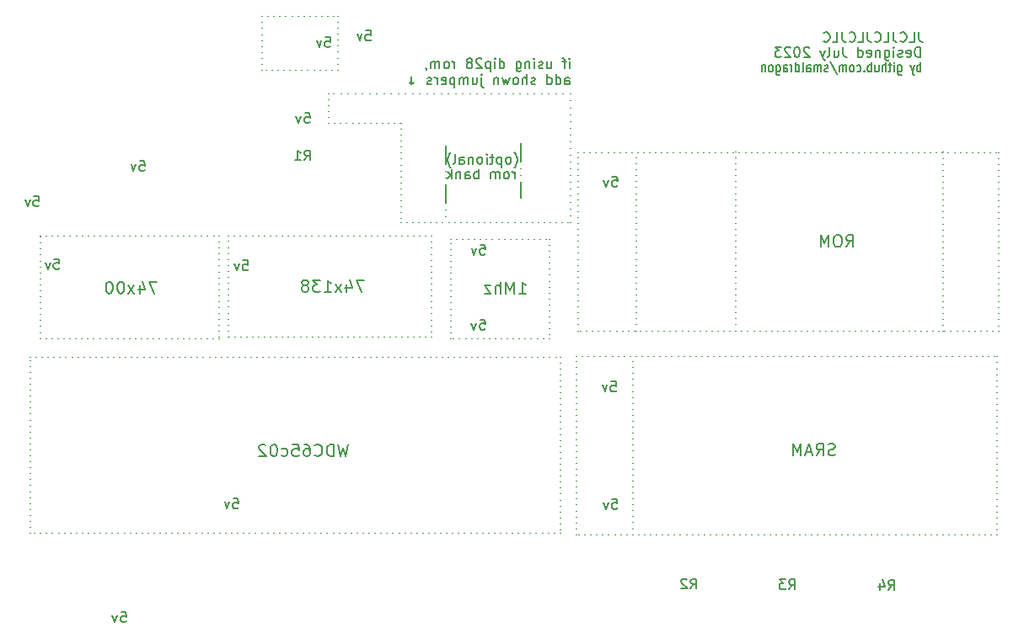
<source format=gbr>
%TF.GenerationSoftware,KiCad,Pcbnew,7.0.6*%
%TF.CreationDate,2023-07-30T11:34:10+01:00*%
%TF.ProjectId,MinFox,4d696e46-6f78-42e6-9b69-6361645f7063,rev?*%
%TF.SameCoordinates,Original*%
%TF.FileFunction,Legend,Bot*%
%TF.FilePolarity,Positive*%
%FSLAX46Y46*%
G04 Gerber Fmt 4.6, Leading zero omitted, Abs format (unit mm)*
G04 Created by KiCad (PCBNEW 7.0.6) date 2023-07-30 11:34:10*
%MOMM*%
%LPD*%
G01*
G04 APERTURE LIST*
%ADD10C,0.160000*%
%ADD11C,0.170000*%
%ADD12C,0.150000*%
%ADD13C,0.180000*%
G04 APERTURE END LIST*
D10*
X62597051Y-46378299D02*
X63073241Y-46378299D01*
X63073241Y-46378299D02*
X63120860Y-46854489D01*
X63120860Y-46854489D02*
X63073241Y-46806870D01*
X63073241Y-46806870D02*
X62978003Y-46759251D01*
X62978003Y-46759251D02*
X62739908Y-46759251D01*
X62739908Y-46759251D02*
X62644670Y-46806870D01*
X62644670Y-46806870D02*
X62597051Y-46854489D01*
X62597051Y-46854489D02*
X62549432Y-46949727D01*
X62549432Y-46949727D02*
X62549432Y-47187822D01*
X62549432Y-47187822D02*
X62597051Y-47283060D01*
X62597051Y-47283060D02*
X62644670Y-47330680D01*
X62644670Y-47330680D02*
X62739908Y-47378299D01*
X62739908Y-47378299D02*
X62978003Y-47378299D01*
X62978003Y-47378299D02*
X63073241Y-47330680D01*
X63073241Y-47330680D02*
X63120860Y-47283060D01*
X62216098Y-46711632D02*
X61978003Y-47378299D01*
X61978003Y-47378299D02*
X61739908Y-46711632D01*
X107428051Y-58798899D02*
X107904241Y-58798899D01*
X107904241Y-58798899D02*
X107951860Y-59275089D01*
X107951860Y-59275089D02*
X107904241Y-59227470D01*
X107904241Y-59227470D02*
X107809003Y-59179851D01*
X107809003Y-59179851D02*
X107570908Y-59179851D01*
X107570908Y-59179851D02*
X107475670Y-59227470D01*
X107475670Y-59227470D02*
X107428051Y-59275089D01*
X107428051Y-59275089D02*
X107380432Y-59370327D01*
X107380432Y-59370327D02*
X107380432Y-59608422D01*
X107380432Y-59608422D02*
X107428051Y-59703660D01*
X107428051Y-59703660D02*
X107475670Y-59751280D01*
X107475670Y-59751280D02*
X107570908Y-59798899D01*
X107570908Y-59798899D02*
X107809003Y-59798899D01*
X107809003Y-59798899D02*
X107904241Y-59751280D01*
X107904241Y-59751280D02*
X107951860Y-59703660D01*
X107047098Y-59132232D02*
X106809003Y-59798899D01*
X106809003Y-59798899D02*
X106570908Y-59132232D01*
X107453451Y-51255099D02*
X107929641Y-51255099D01*
X107929641Y-51255099D02*
X107977260Y-51731289D01*
X107977260Y-51731289D02*
X107929641Y-51683670D01*
X107929641Y-51683670D02*
X107834403Y-51636051D01*
X107834403Y-51636051D02*
X107596308Y-51636051D01*
X107596308Y-51636051D02*
X107501070Y-51683670D01*
X107501070Y-51683670D02*
X107453451Y-51731289D01*
X107453451Y-51731289D02*
X107405832Y-51826527D01*
X107405832Y-51826527D02*
X107405832Y-52064622D01*
X107405832Y-52064622D02*
X107453451Y-52159860D01*
X107453451Y-52159860D02*
X107501070Y-52207480D01*
X107501070Y-52207480D02*
X107596308Y-52255099D01*
X107596308Y-52255099D02*
X107834403Y-52255099D01*
X107834403Y-52255099D02*
X107929641Y-52207480D01*
X107929641Y-52207480D02*
X107977260Y-52159860D01*
X107072498Y-51588432D02*
X106834403Y-52255099D01*
X106834403Y-52255099D02*
X106596308Y-51588432D01*
X83602851Y-52829899D02*
X84079041Y-52829899D01*
X84079041Y-52829899D02*
X84126660Y-53306089D01*
X84126660Y-53306089D02*
X84079041Y-53258470D01*
X84079041Y-53258470D02*
X83983803Y-53210851D01*
X83983803Y-53210851D02*
X83745708Y-53210851D01*
X83745708Y-53210851D02*
X83650470Y-53258470D01*
X83650470Y-53258470D02*
X83602851Y-53306089D01*
X83602851Y-53306089D02*
X83555232Y-53401327D01*
X83555232Y-53401327D02*
X83555232Y-53639422D01*
X83555232Y-53639422D02*
X83602851Y-53734660D01*
X83602851Y-53734660D02*
X83650470Y-53782280D01*
X83650470Y-53782280D02*
X83745708Y-53829899D01*
X83745708Y-53829899D02*
X83983803Y-53829899D01*
X83983803Y-53829899D02*
X84079041Y-53782280D01*
X84079041Y-53782280D02*
X84126660Y-53734660D01*
X83221898Y-53163232D02*
X82983803Y-53829899D01*
X82983803Y-53829899D02*
X82745708Y-53163232D01*
X64629051Y-52702899D02*
X65105241Y-52702899D01*
X65105241Y-52702899D02*
X65152860Y-53179089D01*
X65152860Y-53179089D02*
X65105241Y-53131470D01*
X65105241Y-53131470D02*
X65010003Y-53083851D01*
X65010003Y-53083851D02*
X64771908Y-53083851D01*
X64771908Y-53083851D02*
X64676670Y-53131470D01*
X64676670Y-53131470D02*
X64629051Y-53179089D01*
X64629051Y-53179089D02*
X64581432Y-53274327D01*
X64581432Y-53274327D02*
X64581432Y-53512422D01*
X64581432Y-53512422D02*
X64629051Y-53607660D01*
X64629051Y-53607660D02*
X64676670Y-53655280D01*
X64676670Y-53655280D02*
X64771908Y-53702899D01*
X64771908Y-53702899D02*
X65010003Y-53702899D01*
X65010003Y-53702899D02*
X65105241Y-53655280D01*
X65105241Y-53655280D02*
X65152860Y-53607660D01*
X64248098Y-53036232D02*
X64010003Y-53702899D01*
X64010003Y-53702899D02*
X63771908Y-53036232D01*
X71360051Y-88212099D02*
X71836241Y-88212099D01*
X71836241Y-88212099D02*
X71883860Y-88688289D01*
X71883860Y-88688289D02*
X71836241Y-88640670D01*
X71836241Y-88640670D02*
X71741003Y-88593051D01*
X71741003Y-88593051D02*
X71502908Y-88593051D01*
X71502908Y-88593051D02*
X71407670Y-88640670D01*
X71407670Y-88640670D02*
X71360051Y-88688289D01*
X71360051Y-88688289D02*
X71312432Y-88783527D01*
X71312432Y-88783527D02*
X71312432Y-89021622D01*
X71312432Y-89021622D02*
X71360051Y-89116860D01*
X71360051Y-89116860D02*
X71407670Y-89164480D01*
X71407670Y-89164480D02*
X71502908Y-89212099D01*
X71502908Y-89212099D02*
X71741003Y-89212099D01*
X71741003Y-89212099D02*
X71836241Y-89164480D01*
X71836241Y-89164480D02*
X71883860Y-89116860D01*
X70979098Y-88545432D02*
X70741003Y-89212099D01*
X70741003Y-89212099D02*
X70502908Y-88545432D01*
X82637651Y-76807499D02*
X83113841Y-76807499D01*
X83113841Y-76807499D02*
X83161460Y-77283689D01*
X83161460Y-77283689D02*
X83113841Y-77236070D01*
X83113841Y-77236070D02*
X83018603Y-77188451D01*
X83018603Y-77188451D02*
X82780508Y-77188451D01*
X82780508Y-77188451D02*
X82685270Y-77236070D01*
X82685270Y-77236070D02*
X82637651Y-77283689D01*
X82637651Y-77283689D02*
X82590032Y-77378927D01*
X82590032Y-77378927D02*
X82590032Y-77617022D01*
X82590032Y-77617022D02*
X82637651Y-77712260D01*
X82637651Y-77712260D02*
X82685270Y-77759880D01*
X82685270Y-77759880D02*
X82780508Y-77807499D01*
X82780508Y-77807499D02*
X83018603Y-77807499D01*
X83018603Y-77807499D02*
X83113841Y-77759880D01*
X83113841Y-77759880D02*
X83161460Y-77712260D01*
X82256698Y-77140832D02*
X82018603Y-77807499D01*
X82018603Y-77807499D02*
X81780508Y-77140832D01*
X120686851Y-76832899D02*
X121163041Y-76832899D01*
X121163041Y-76832899D02*
X121210660Y-77309089D01*
X121210660Y-77309089D02*
X121163041Y-77261470D01*
X121163041Y-77261470D02*
X121067803Y-77213851D01*
X121067803Y-77213851D02*
X120829708Y-77213851D01*
X120829708Y-77213851D02*
X120734470Y-77261470D01*
X120734470Y-77261470D02*
X120686851Y-77309089D01*
X120686851Y-77309089D02*
X120639232Y-77404327D01*
X120639232Y-77404327D02*
X120639232Y-77642422D01*
X120639232Y-77642422D02*
X120686851Y-77737660D01*
X120686851Y-77737660D02*
X120734470Y-77785280D01*
X120734470Y-77785280D02*
X120829708Y-77832899D01*
X120829708Y-77832899D02*
X121067803Y-77832899D01*
X121067803Y-77832899D02*
X121163041Y-77785280D01*
X121163041Y-77785280D02*
X121210660Y-77737660D01*
X120305898Y-77166232D02*
X120067803Y-77832899D01*
X120067803Y-77832899D02*
X119829708Y-77166232D01*
X120585251Y-65021899D02*
X121061441Y-65021899D01*
X121061441Y-65021899D02*
X121109060Y-65498089D01*
X121109060Y-65498089D02*
X121061441Y-65450470D01*
X121061441Y-65450470D02*
X120966203Y-65402851D01*
X120966203Y-65402851D02*
X120728108Y-65402851D01*
X120728108Y-65402851D02*
X120632870Y-65450470D01*
X120632870Y-65450470D02*
X120585251Y-65498089D01*
X120585251Y-65498089D02*
X120537632Y-65593327D01*
X120537632Y-65593327D02*
X120537632Y-65831422D01*
X120537632Y-65831422D02*
X120585251Y-65926660D01*
X120585251Y-65926660D02*
X120632870Y-65974280D01*
X120632870Y-65974280D02*
X120728108Y-66021899D01*
X120728108Y-66021899D02*
X120966203Y-66021899D01*
X120966203Y-66021899D02*
X121061441Y-65974280D01*
X121061441Y-65974280D02*
X121109060Y-65926660D01*
X120204298Y-65355232D02*
X119966203Y-66021899D01*
X119966203Y-66021899D02*
X119728108Y-65355232D01*
X120712251Y-44397099D02*
X121188441Y-44397099D01*
X121188441Y-44397099D02*
X121236060Y-44873289D01*
X121236060Y-44873289D02*
X121188441Y-44825670D01*
X121188441Y-44825670D02*
X121093203Y-44778051D01*
X121093203Y-44778051D02*
X120855108Y-44778051D01*
X120855108Y-44778051D02*
X120759870Y-44825670D01*
X120759870Y-44825670D02*
X120712251Y-44873289D01*
X120712251Y-44873289D02*
X120664632Y-44968527D01*
X120664632Y-44968527D02*
X120664632Y-45206622D01*
X120664632Y-45206622D02*
X120712251Y-45301860D01*
X120712251Y-45301860D02*
X120759870Y-45349480D01*
X120759870Y-45349480D02*
X120855108Y-45397099D01*
X120855108Y-45397099D02*
X121093203Y-45397099D01*
X121093203Y-45397099D02*
X121188441Y-45349480D01*
X121188441Y-45349480D02*
X121236060Y-45301860D01*
X120331298Y-44730432D02*
X120093203Y-45397099D01*
X120093203Y-45397099D02*
X119855108Y-44730432D01*
X95947251Y-29715899D02*
X96423441Y-29715899D01*
X96423441Y-29715899D02*
X96471060Y-30192089D01*
X96471060Y-30192089D02*
X96423441Y-30144470D01*
X96423441Y-30144470D02*
X96328203Y-30096851D01*
X96328203Y-30096851D02*
X96090108Y-30096851D01*
X96090108Y-30096851D02*
X95994870Y-30144470D01*
X95994870Y-30144470D02*
X95947251Y-30192089D01*
X95947251Y-30192089D02*
X95899632Y-30287327D01*
X95899632Y-30287327D02*
X95899632Y-30525422D01*
X95899632Y-30525422D02*
X95947251Y-30620660D01*
X95947251Y-30620660D02*
X95994870Y-30668280D01*
X95994870Y-30668280D02*
X96090108Y-30715899D01*
X96090108Y-30715899D02*
X96328203Y-30715899D01*
X96328203Y-30715899D02*
X96423441Y-30668280D01*
X96423441Y-30668280D02*
X96471060Y-30620660D01*
X95566298Y-30049232D02*
X95328203Y-30715899D01*
X95328203Y-30715899D02*
X95090108Y-30049232D01*
X91883251Y-30376299D02*
X92359441Y-30376299D01*
X92359441Y-30376299D02*
X92407060Y-30852489D01*
X92407060Y-30852489D02*
X92359441Y-30804870D01*
X92359441Y-30804870D02*
X92264203Y-30757251D01*
X92264203Y-30757251D02*
X92026108Y-30757251D01*
X92026108Y-30757251D02*
X91930870Y-30804870D01*
X91930870Y-30804870D02*
X91883251Y-30852489D01*
X91883251Y-30852489D02*
X91835632Y-30947727D01*
X91835632Y-30947727D02*
X91835632Y-31185822D01*
X91835632Y-31185822D02*
X91883251Y-31281060D01*
X91883251Y-31281060D02*
X91930870Y-31328680D01*
X91930870Y-31328680D02*
X92026108Y-31376299D01*
X92026108Y-31376299D02*
X92264203Y-31376299D01*
X92264203Y-31376299D02*
X92359441Y-31328680D01*
X92359441Y-31328680D02*
X92407060Y-31281060D01*
X91502298Y-30709632D02*
X91264203Y-31376299D01*
X91264203Y-31376299D02*
X91026108Y-30709632D01*
X89825851Y-37996299D02*
X90302041Y-37996299D01*
X90302041Y-37996299D02*
X90349660Y-38472489D01*
X90349660Y-38472489D02*
X90302041Y-38424870D01*
X90302041Y-38424870D02*
X90206803Y-38377251D01*
X90206803Y-38377251D02*
X89968708Y-38377251D01*
X89968708Y-38377251D02*
X89873470Y-38424870D01*
X89873470Y-38424870D02*
X89825851Y-38472489D01*
X89825851Y-38472489D02*
X89778232Y-38567727D01*
X89778232Y-38567727D02*
X89778232Y-38805822D01*
X89778232Y-38805822D02*
X89825851Y-38901060D01*
X89825851Y-38901060D02*
X89873470Y-38948680D01*
X89873470Y-38948680D02*
X89968708Y-38996299D01*
X89968708Y-38996299D02*
X90206803Y-38996299D01*
X90206803Y-38996299D02*
X90302041Y-38948680D01*
X90302041Y-38948680D02*
X90349660Y-38901060D01*
X89444898Y-38329632D02*
X89206803Y-38996299D01*
X89206803Y-38996299D02*
X88968708Y-38329632D01*
X73239651Y-42822299D02*
X73715841Y-42822299D01*
X73715841Y-42822299D02*
X73763460Y-43298489D01*
X73763460Y-43298489D02*
X73715841Y-43250870D01*
X73715841Y-43250870D02*
X73620603Y-43203251D01*
X73620603Y-43203251D02*
X73382508Y-43203251D01*
X73382508Y-43203251D02*
X73287270Y-43250870D01*
X73287270Y-43250870D02*
X73239651Y-43298489D01*
X73239651Y-43298489D02*
X73192032Y-43393727D01*
X73192032Y-43393727D02*
X73192032Y-43631822D01*
X73192032Y-43631822D02*
X73239651Y-43727060D01*
X73239651Y-43727060D02*
X73287270Y-43774680D01*
X73287270Y-43774680D02*
X73382508Y-43822299D01*
X73382508Y-43822299D02*
X73620603Y-43822299D01*
X73620603Y-43822299D02*
X73715841Y-43774680D01*
X73715841Y-43774680D02*
X73763460Y-43727060D01*
X72858698Y-43155632D02*
X72620603Y-43822299D01*
X72620603Y-43822299D02*
X72382508Y-43155632D01*
D11*
X111500000Y-41000000D02*
X111500000Y-42870000D01*
X111500000Y-43550000D02*
X111500000Y-43550000D01*
X111500000Y-44230000D02*
X111500000Y-44230000D01*
X111500000Y-44910000D02*
X111500000Y-46500000D01*
D12*
X63275000Y-50350000D02*
X63275000Y-50350000D01*
X63875000Y-50350000D02*
X63875000Y-50350000D01*
X64475000Y-50350000D02*
X64475000Y-50350000D01*
X65075000Y-50350000D02*
X65075000Y-50350000D01*
X65675000Y-50350000D02*
X65675000Y-50350000D01*
X66275000Y-50350000D02*
X66275000Y-50350000D01*
X66875000Y-50350000D02*
X66875000Y-50350000D01*
X67475000Y-50350000D02*
X67475000Y-50350000D01*
X68075000Y-50350000D02*
X68075000Y-50350000D01*
X68675000Y-50350000D02*
X68675000Y-50350000D01*
X69275000Y-50350000D02*
X69275000Y-50350000D01*
X69875000Y-50350000D02*
X69875000Y-50350000D01*
X70475000Y-50350000D02*
X70475000Y-50350000D01*
X71075000Y-50350000D02*
X71075000Y-50350000D01*
X71675000Y-50350000D02*
X71675000Y-50350000D01*
X72275000Y-50350000D02*
X72275000Y-50350000D01*
X72875000Y-50350000D02*
X72875000Y-50350000D01*
X73475000Y-50350000D02*
X73475000Y-50350000D01*
X74075000Y-50350000D02*
X74075000Y-50350000D01*
X74675000Y-50350000D02*
X74675000Y-50350000D01*
X75275000Y-50350000D02*
X75275000Y-50350000D01*
X75875000Y-50350000D02*
X75875000Y-50350000D01*
X76475000Y-50350000D02*
X76475000Y-50350000D01*
X77075000Y-50350000D02*
X77075000Y-50350000D01*
X77675000Y-50350000D02*
X77675000Y-50350000D01*
X78275000Y-50350000D02*
X78275000Y-50350000D01*
X78875000Y-50350000D02*
X78875000Y-50350000D01*
X79475000Y-50350000D02*
X79475000Y-50350000D01*
X80075000Y-50350000D02*
X80075000Y-50350000D01*
X80675000Y-50350000D02*
X80675000Y-50350000D01*
X81250000Y-50350000D02*
X81250000Y-50350000D01*
X81250000Y-50950000D02*
X81250000Y-50950000D01*
X81250000Y-51550000D02*
X81250000Y-51550000D01*
X81250000Y-52150000D02*
X81250000Y-52150000D01*
X81250000Y-52750000D02*
X81250000Y-52750000D01*
X81250000Y-53350000D02*
X81250000Y-53350000D01*
X81250000Y-53950000D02*
X81250000Y-53950000D01*
X81250000Y-54550000D02*
X81250000Y-54550000D01*
X81250000Y-55150000D02*
X81250000Y-55150000D01*
X81250000Y-55750000D02*
X81250000Y-55750000D01*
X81250000Y-56350000D02*
X81250000Y-56350000D01*
X81250000Y-56950000D02*
X81250000Y-56950000D01*
X81250000Y-57550000D02*
X81250000Y-57550000D01*
X81250000Y-58150000D02*
X81250000Y-58150000D01*
X81250000Y-58750000D02*
X81250000Y-58750000D01*
X81250000Y-59350000D02*
X81250000Y-59350000D01*
X81250000Y-59950000D02*
X81250000Y-59950000D01*
X81250000Y-60550000D02*
X81250000Y-60550000D01*
X81250000Y-60650000D02*
X81250000Y-60650000D01*
X80650000Y-60650000D02*
X80650000Y-60650000D01*
X80050000Y-60650000D02*
X80050000Y-60650000D01*
X79450000Y-60650000D02*
X79450000Y-60650000D01*
X78850000Y-60650000D02*
X78850000Y-60650000D01*
X78250000Y-60650000D02*
X78250000Y-60650000D01*
X77650000Y-60650000D02*
X77650000Y-60650000D01*
X77050000Y-60650000D02*
X77050000Y-60650000D01*
X76450000Y-60650000D02*
X76450000Y-60650000D01*
X75850000Y-60650000D02*
X75850000Y-60650000D01*
X75250000Y-60650000D02*
X75250000Y-60650000D01*
X74650000Y-60650000D02*
X74650000Y-60650000D01*
X74050000Y-60650000D02*
X74050000Y-60650000D01*
X73450000Y-60650000D02*
X73450000Y-60650000D01*
X72850000Y-60650000D02*
X72850000Y-60650000D01*
X72250000Y-60650000D02*
X72250000Y-60650000D01*
X71650000Y-60650000D02*
X71650000Y-60650000D01*
X71050000Y-60650000D02*
X71050000Y-60650000D01*
X70450000Y-60650000D02*
X70450000Y-60650000D01*
X69850000Y-60650000D02*
X69850000Y-60650000D01*
X69250000Y-60650000D02*
X69250000Y-60650000D01*
X68650000Y-60650000D02*
X68650000Y-60650000D01*
X68050000Y-60650000D02*
X68050000Y-60650000D01*
X67450000Y-60650000D02*
X67450000Y-60650000D01*
X66850000Y-60650000D02*
X66850000Y-60650000D01*
X66250000Y-60650000D02*
X66250000Y-60650000D01*
X65650000Y-60650000D02*
X65650000Y-60650000D01*
X65050000Y-60650000D02*
X65050000Y-60650000D01*
X64450000Y-60650000D02*
X64450000Y-60650000D01*
X63850000Y-60650000D02*
X63850000Y-60650000D01*
X63275000Y-60650000D02*
X63275000Y-60650000D01*
X63275000Y-60050000D02*
X63275000Y-60050000D01*
X63275000Y-59450000D02*
X63275000Y-59450000D01*
X63275000Y-58850000D02*
X63275000Y-58850000D01*
X63275000Y-58250000D02*
X63275000Y-58250000D01*
X63275000Y-57650000D02*
X63275000Y-57650000D01*
X63275000Y-57050000D02*
X63275000Y-57050000D01*
X63275000Y-56450000D02*
X63275000Y-56450000D01*
X63275000Y-55850000D02*
X63275000Y-55850000D01*
X63275000Y-55250000D02*
X63275000Y-55250000D01*
X63275000Y-54650000D02*
X63275000Y-54650000D01*
X63275000Y-54050000D02*
X63275000Y-54050000D01*
X63275000Y-53450000D02*
X63275000Y-53450000D01*
X63275000Y-52850000D02*
X63275000Y-52850000D01*
X63275000Y-52250000D02*
X63275000Y-52250000D01*
X63275000Y-51650000D02*
X63275000Y-51650000D01*
X63275000Y-51050000D02*
X63275000Y-51050000D01*
X63275000Y-50450000D02*
X63275000Y-50450000D01*
X123170000Y-59880000D02*
X123170000Y-59880000D01*
X123170000Y-59280000D02*
X123170000Y-59280000D01*
X123170000Y-58680000D02*
X123170000Y-58680000D01*
X123170000Y-58080000D02*
X123170000Y-58080000D01*
X123170000Y-57480000D02*
X123170000Y-57480000D01*
X123170000Y-56880000D02*
X123170000Y-56880000D01*
X123170000Y-56280000D02*
X123170000Y-56280000D01*
X123170000Y-55680000D02*
X123170000Y-55680000D01*
X123170000Y-55080000D02*
X123170000Y-55080000D01*
X123170000Y-54480000D02*
X123170000Y-54480000D01*
X123170000Y-53880000D02*
X123170000Y-53880000D01*
X123170000Y-53280000D02*
X123170000Y-53280000D01*
X123170000Y-52680000D02*
X123170000Y-52680000D01*
X123170000Y-52080000D02*
X123170000Y-52080000D01*
X123170000Y-51480000D02*
X123170000Y-51480000D01*
X123170000Y-50880000D02*
X123170000Y-50880000D01*
X123170000Y-50280000D02*
X123170000Y-50280000D01*
X123170000Y-49680000D02*
X123170000Y-49680000D01*
X123170000Y-49080000D02*
X123170000Y-49080000D01*
X123170000Y-48480000D02*
X123170000Y-48480000D01*
X123170000Y-47880000D02*
X123170000Y-47880000D01*
X123170000Y-47280000D02*
X123170000Y-47280000D01*
X123170000Y-46680000D02*
X123170000Y-46680000D01*
X123170000Y-46080000D02*
X123170000Y-46080000D01*
X123170000Y-45480000D02*
X123170000Y-45480000D01*
X123170000Y-44880000D02*
X123170000Y-44880000D01*
X123170000Y-44280000D02*
X123170000Y-44280000D01*
X123170000Y-43680000D02*
X123170000Y-43680000D01*
X123170000Y-43080000D02*
X123170000Y-43080000D01*
X123170000Y-42480000D02*
X123170000Y-42480000D01*
X99500000Y-39000000D02*
X99500000Y-39000000D01*
X99500000Y-39600000D02*
X99500000Y-39600000D01*
X99500000Y-40200000D02*
X99500000Y-40200000D01*
X99500000Y-40800000D02*
X99500000Y-40800000D01*
X99500000Y-41400000D02*
X99500000Y-41400000D01*
X99500000Y-42000000D02*
X99500000Y-42000000D01*
X99500000Y-42600000D02*
X99500000Y-42600000D01*
X99500000Y-43200000D02*
X99500000Y-43200000D01*
X99500000Y-43800000D02*
X99500000Y-43800000D01*
X99500000Y-44400000D02*
X99500000Y-44400000D01*
X99500000Y-45000000D02*
X99500000Y-45000000D01*
X99500000Y-45600000D02*
X99500000Y-45600000D01*
X99500000Y-46200000D02*
X99500000Y-46200000D01*
X99500000Y-46800000D02*
X99500000Y-46800000D01*
X99500000Y-47400000D02*
X99500000Y-47400000D01*
X99500000Y-48000000D02*
X99500000Y-48000000D01*
X99500000Y-48600000D02*
X99500000Y-48600000D01*
X104495000Y-50684000D02*
X104495000Y-50684000D01*
X105095000Y-50684000D02*
X105095000Y-50684000D01*
X105695000Y-50684000D02*
X105695000Y-50684000D01*
X106295000Y-50684000D02*
X106295000Y-50684000D01*
X106895000Y-50684000D02*
X106895000Y-50684000D01*
X107495000Y-50684000D02*
X107495000Y-50684000D01*
X108095000Y-50684000D02*
X108095000Y-50684000D01*
X108695000Y-50684000D02*
X108695000Y-50684000D01*
X109295000Y-50684000D02*
X109295000Y-50684000D01*
X109895000Y-50684000D02*
X109895000Y-50684000D01*
X110495000Y-50684000D02*
X110495000Y-50684000D01*
X111095000Y-50684000D02*
X111095000Y-50684000D01*
X111695000Y-50684000D02*
X111695000Y-50684000D01*
X112295000Y-50684000D02*
X112295000Y-50684000D01*
X112895000Y-50684000D02*
X112895000Y-50684000D01*
X113495000Y-50684000D02*
X113495000Y-50684000D01*
X114095000Y-50684000D02*
X114095000Y-50684000D01*
X114390000Y-50684000D02*
X114390000Y-50684000D01*
X114390000Y-51284000D02*
X114390000Y-51284000D01*
X114390000Y-51884000D02*
X114390000Y-51884000D01*
X114390000Y-52484000D02*
X114390000Y-52484000D01*
X114390000Y-53084000D02*
X114390000Y-53084000D01*
X114390000Y-53684000D02*
X114390000Y-53684000D01*
X114390000Y-54284000D02*
X114390000Y-54284000D01*
X114390000Y-54884000D02*
X114390000Y-54884000D01*
X114390000Y-55484000D02*
X114390000Y-55484000D01*
X114390000Y-56084000D02*
X114390000Y-56084000D01*
X114390000Y-56684000D02*
X114390000Y-56684000D01*
X114390000Y-57284000D02*
X114390000Y-57284000D01*
X114390000Y-57884000D02*
X114390000Y-57884000D01*
X114390000Y-58484000D02*
X114390000Y-58484000D01*
X114390000Y-59084000D02*
X114390000Y-59084000D01*
X114390000Y-59684000D02*
X114390000Y-59684000D01*
X114390000Y-60284000D02*
X114390000Y-60284000D01*
X114390000Y-60676000D02*
X114390000Y-60676000D01*
X113790000Y-60676000D02*
X113790000Y-60676000D01*
X113190000Y-60676000D02*
X113190000Y-60676000D01*
X112590000Y-60676000D02*
X112590000Y-60676000D01*
X111990000Y-60676000D02*
X111990000Y-60676000D01*
X111390000Y-60676000D02*
X111390000Y-60676000D01*
X110790000Y-60676000D02*
X110790000Y-60676000D01*
X110190000Y-60676000D02*
X110190000Y-60676000D01*
X109590000Y-60676000D02*
X109590000Y-60676000D01*
X108990000Y-60676000D02*
X108990000Y-60676000D01*
X108390000Y-60676000D02*
X108390000Y-60676000D01*
X107790000Y-60676000D02*
X107790000Y-60676000D01*
X107190000Y-60676000D02*
X107190000Y-60676000D01*
X106590000Y-60676000D02*
X106590000Y-60676000D01*
X105990000Y-60676000D02*
X105990000Y-60676000D01*
X105390000Y-60676000D02*
X105390000Y-60676000D01*
X104790000Y-60676000D02*
X104790000Y-60676000D01*
X104495000Y-60676000D02*
X104495000Y-60676000D01*
X104495000Y-60076000D02*
X104495000Y-60076000D01*
X104495000Y-59476000D02*
X104495000Y-59476000D01*
X104495000Y-58876000D02*
X104495000Y-58876000D01*
X104495000Y-58276000D02*
X104495000Y-58276000D01*
X104495000Y-57676000D02*
X104495000Y-57676000D01*
X104495000Y-57076000D02*
X104495000Y-57076000D01*
X104495000Y-56476000D02*
X104495000Y-56476000D01*
X104495000Y-55876000D02*
X104495000Y-55876000D01*
X104495000Y-55276000D02*
X104495000Y-55276000D01*
X104495000Y-54676000D02*
X104495000Y-54676000D01*
X104495000Y-54076000D02*
X104495000Y-54076000D01*
X104495000Y-53476000D02*
X104495000Y-53476000D01*
X104495000Y-52876000D02*
X104495000Y-52876000D01*
X104495000Y-52276000D02*
X104495000Y-52276000D01*
X104495000Y-51676000D02*
X104495000Y-51676000D01*
X104495000Y-51076000D02*
X104495000Y-51076000D01*
D13*
X116500000Y-36075000D02*
X116500000Y-36075000D01*
X115780003Y-36072773D02*
X115780003Y-36072773D01*
X115060007Y-36070546D02*
X115060007Y-36070546D01*
X114340010Y-36068320D02*
X114340010Y-36068320D01*
X113620014Y-36066093D02*
X113620014Y-36066093D01*
X112900017Y-36063866D02*
X112900017Y-36063866D01*
X112180021Y-36061639D02*
X112180021Y-36061639D01*
X111460024Y-36059412D02*
X111460024Y-36059412D01*
X110740028Y-36057186D02*
X110740028Y-36057186D01*
X110020031Y-36054959D02*
X110020031Y-36054959D01*
X109300034Y-36052732D02*
X109300034Y-36052732D01*
X108580038Y-36050505D02*
X108580038Y-36050505D01*
X107860041Y-36048278D02*
X107860041Y-36048278D01*
X107140045Y-36046052D02*
X107140045Y-36046052D01*
X106420048Y-36043825D02*
X106420048Y-36043825D01*
X105700052Y-36041598D02*
X105700052Y-36041598D01*
X104980055Y-36039371D02*
X104980055Y-36039371D01*
X104260059Y-36037145D02*
X104260059Y-36037145D01*
X103540062Y-36034918D02*
X103540062Y-36034918D01*
X102820065Y-36032691D02*
X102820065Y-36032691D01*
X102100069Y-36030464D02*
X102100069Y-36030464D01*
X101380072Y-36028237D02*
X101380072Y-36028237D01*
X100660076Y-36026011D02*
X100660076Y-36026011D01*
X99940079Y-36023784D02*
X99940079Y-36023784D01*
X99220083Y-36021557D02*
X99220083Y-36021557D01*
X98500086Y-36019330D02*
X98500086Y-36019330D01*
X97780090Y-36017103D02*
X97780090Y-36017103D01*
X97060093Y-36014877D02*
X97060093Y-36014877D01*
X96340096Y-36012650D02*
X96340096Y-36012650D01*
X95620100Y-36010423D02*
X95620100Y-36010423D01*
X94900103Y-36008196D02*
X94900103Y-36008196D01*
X94180107Y-36005969D02*
X94180107Y-36005969D01*
X93460110Y-36003743D02*
X93460110Y-36003743D01*
X92740114Y-36001516D02*
X92740114Y-36001516D01*
D12*
X92250000Y-36000000D02*
X92250000Y-36000000D01*
X92250000Y-36600000D02*
X92250000Y-36600000D01*
X92250000Y-37200000D02*
X92250000Y-37200000D01*
X92250000Y-37800000D02*
X92250000Y-37800000D01*
X92250000Y-38400000D02*
X92250000Y-38400000D01*
X92250000Y-39000000D02*
X92250000Y-39000000D01*
X62250000Y-62500000D02*
X62250000Y-62500000D01*
X62850000Y-62500000D02*
X62850000Y-62500000D01*
X63450000Y-62500000D02*
X63450000Y-62500000D01*
X64050000Y-62500000D02*
X64050000Y-62500000D01*
X64650000Y-62500000D02*
X64650000Y-62500000D01*
X65250000Y-62500000D02*
X65250000Y-62500000D01*
X65850000Y-62500000D02*
X65850000Y-62500000D01*
X66450000Y-62500000D02*
X66450000Y-62500000D01*
X67050000Y-62500000D02*
X67050000Y-62500000D01*
X67650000Y-62500000D02*
X67650000Y-62500000D01*
X68250000Y-62500000D02*
X68250000Y-62500000D01*
X68850000Y-62500000D02*
X68850000Y-62500000D01*
X69450000Y-62500000D02*
X69450000Y-62500000D01*
X70050000Y-62500000D02*
X70050000Y-62500000D01*
X70650000Y-62500000D02*
X70650000Y-62500000D01*
X71250000Y-62500000D02*
X71250000Y-62500000D01*
X71850000Y-62500000D02*
X71850000Y-62500000D01*
X72450000Y-62500000D02*
X72450000Y-62500000D01*
X73050000Y-62500000D02*
X73050000Y-62500000D01*
X73650000Y-62500000D02*
X73650000Y-62500000D01*
X74250000Y-62500000D02*
X74250000Y-62500000D01*
X74850000Y-62500000D02*
X74850000Y-62500000D01*
X75450000Y-62500000D02*
X75450000Y-62500000D01*
X76050000Y-62500000D02*
X76050000Y-62500000D01*
X76650000Y-62500000D02*
X76650000Y-62500000D01*
X77250000Y-62500000D02*
X77250000Y-62500000D01*
X77850000Y-62500000D02*
X77850000Y-62500000D01*
X78450000Y-62500000D02*
X78450000Y-62500000D01*
X79050000Y-62500000D02*
X79050000Y-62500000D01*
X79650000Y-62500000D02*
X79650000Y-62500000D01*
X80250000Y-62500000D02*
X80250000Y-62500000D01*
X80850000Y-62500000D02*
X80850000Y-62500000D01*
X81450000Y-62500000D02*
X81450000Y-62500000D01*
X82050000Y-62500000D02*
X82050000Y-62500000D01*
X82650000Y-62500000D02*
X82650000Y-62500000D01*
X83250000Y-62500000D02*
X83250000Y-62500000D01*
X83850000Y-62500000D02*
X83850000Y-62500000D01*
X84450000Y-62500000D02*
X84450000Y-62500000D01*
X85050000Y-62500000D02*
X85050000Y-62500000D01*
X85650000Y-62500000D02*
X85650000Y-62500000D01*
X86250000Y-62500000D02*
X86250000Y-62500000D01*
X86850000Y-62500000D02*
X86850000Y-62500000D01*
X87450000Y-62500000D02*
X87450000Y-62500000D01*
X88050000Y-62500000D02*
X88050000Y-62500000D01*
X88650000Y-62500000D02*
X88650000Y-62500000D01*
X89250000Y-62500000D02*
X89250000Y-62500000D01*
X89850000Y-62500000D02*
X89850000Y-62500000D01*
X90450000Y-62500000D02*
X90450000Y-62500000D01*
X91050000Y-62500000D02*
X91050000Y-62500000D01*
X91650000Y-62500000D02*
X91650000Y-62500000D01*
X92250000Y-62500000D02*
X92250000Y-62500000D01*
X92850000Y-62500000D02*
X92850000Y-62500000D01*
X93450000Y-62500000D02*
X93450000Y-62500000D01*
X94050000Y-62500000D02*
X94050000Y-62500000D01*
X94650000Y-62500000D02*
X94650000Y-62500000D01*
X95250000Y-62500000D02*
X95250000Y-62500000D01*
X95850000Y-62500000D02*
X95850000Y-62500000D01*
X96450000Y-62500000D02*
X96450000Y-62500000D01*
X97050000Y-62500000D02*
X97050000Y-62500000D01*
X97650000Y-62500000D02*
X97650000Y-62500000D01*
X98250000Y-62500000D02*
X98250000Y-62500000D01*
X98850000Y-62500000D02*
X98850000Y-62500000D01*
X99450000Y-62500000D02*
X99450000Y-62500000D01*
X100050000Y-62500000D02*
X100050000Y-62500000D01*
X100650000Y-62500000D02*
X100650000Y-62500000D01*
X101250000Y-62500000D02*
X101250000Y-62500000D01*
X101850000Y-62500000D02*
X101850000Y-62500000D01*
X102450000Y-62500000D02*
X102450000Y-62500000D01*
X103050000Y-62500000D02*
X103050000Y-62500000D01*
X103650000Y-62500000D02*
X103650000Y-62500000D01*
X104250000Y-62500000D02*
X104250000Y-62500000D01*
X104850000Y-62500000D02*
X104850000Y-62500000D01*
X105450000Y-62500000D02*
X105450000Y-62500000D01*
X106050000Y-62500000D02*
X106050000Y-62500000D01*
X106650000Y-62500000D02*
X106650000Y-62500000D01*
X107250000Y-62500000D02*
X107250000Y-62500000D01*
X107850000Y-62500000D02*
X107850000Y-62500000D01*
X108450000Y-62500000D02*
X108450000Y-62500000D01*
X109050000Y-62500000D02*
X109050000Y-62500000D01*
X109650000Y-62500000D02*
X109650000Y-62500000D01*
X110250000Y-62500000D02*
X110250000Y-62500000D01*
X110850000Y-62500000D02*
X110850000Y-62500000D01*
X111450000Y-62500000D02*
X111450000Y-62500000D01*
X112050000Y-62500000D02*
X112050000Y-62500000D01*
X112650000Y-62500000D02*
X112650000Y-62500000D01*
X113250000Y-62500000D02*
X113250000Y-62500000D01*
X113850000Y-62500000D02*
X113850000Y-62500000D01*
X114450000Y-62500000D02*
X114450000Y-62500000D01*
X115050000Y-62500000D02*
X115050000Y-62500000D01*
X115500000Y-62500000D02*
X115500000Y-62500000D01*
X115500000Y-63100000D02*
X115500000Y-63100000D01*
X115500000Y-63700000D02*
X115500000Y-63700000D01*
X115500000Y-64300000D02*
X115500000Y-64300000D01*
X115500000Y-64900000D02*
X115500000Y-64900000D01*
X115500000Y-65500000D02*
X115500000Y-65500000D01*
X115500000Y-66100000D02*
X115500000Y-66100000D01*
X115500000Y-66700000D02*
X115500000Y-66700000D01*
X115500000Y-67300000D02*
X115500000Y-67300000D01*
X115500000Y-67900000D02*
X115500000Y-67900000D01*
X115500000Y-68500000D02*
X115500000Y-68500000D01*
X115500000Y-69100000D02*
X115500000Y-69100000D01*
X115500000Y-69700000D02*
X115500000Y-69700000D01*
X115500000Y-70300000D02*
X115500000Y-70300000D01*
X115500000Y-70900000D02*
X115500000Y-70900000D01*
X115500000Y-71500000D02*
X115500000Y-71500000D01*
X115500000Y-72100000D02*
X115500000Y-72100000D01*
X115500000Y-72700000D02*
X115500000Y-72700000D01*
X115500000Y-73300000D02*
X115500000Y-73300000D01*
X115500000Y-73900000D02*
X115500000Y-73900000D01*
X115500000Y-74500000D02*
X115500000Y-74500000D01*
X115500000Y-75100000D02*
X115500000Y-75100000D01*
X115500000Y-75700000D02*
X115500000Y-75700000D01*
X115500000Y-76300000D02*
X115500000Y-76300000D01*
X115500000Y-76900000D02*
X115500000Y-76900000D01*
X115500000Y-77500000D02*
X115500000Y-77500000D01*
X115500000Y-78100000D02*
X115500000Y-78100000D01*
X115500000Y-78700000D02*
X115500000Y-78700000D01*
X115500000Y-79300000D02*
X115500000Y-79300000D01*
X115500000Y-79900000D02*
X115500000Y-79900000D01*
X115500000Y-80250000D02*
X115500000Y-80250000D01*
X114900000Y-80250000D02*
X114900000Y-80250000D01*
X114300000Y-80250000D02*
X114300000Y-80250000D01*
X113700000Y-80250000D02*
X113700000Y-80250000D01*
X113100000Y-80250000D02*
X113100000Y-80250000D01*
X112500000Y-80250000D02*
X112500000Y-80250000D01*
X111900000Y-80250000D02*
X111900000Y-80250000D01*
X111300000Y-80250000D02*
X111300000Y-80250000D01*
X110700000Y-80250000D02*
X110700000Y-80250000D01*
X110100000Y-80250000D02*
X110100000Y-80250000D01*
X109500000Y-80250000D02*
X109500000Y-80250000D01*
X108900000Y-80250000D02*
X108900000Y-80250000D01*
X108300000Y-80250000D02*
X108300000Y-80250000D01*
X107700000Y-80250000D02*
X107700000Y-80250000D01*
X107100000Y-80250000D02*
X107100000Y-80250000D01*
X106500000Y-80250000D02*
X106500000Y-80250000D01*
X105900000Y-80250000D02*
X105900000Y-80250000D01*
X105300000Y-80250000D02*
X105300000Y-80250000D01*
X104700000Y-80250000D02*
X104700000Y-80250000D01*
X104100000Y-80250000D02*
X104100000Y-80250000D01*
X103500000Y-80250000D02*
X103500000Y-80250000D01*
X102900000Y-80250000D02*
X102900000Y-80250000D01*
X102300000Y-80250000D02*
X102300000Y-80250000D01*
X101700000Y-80250000D02*
X101700000Y-80250000D01*
X101100000Y-80250000D02*
X101100000Y-80250000D01*
X100500000Y-80250000D02*
X100500000Y-80250000D01*
X99900000Y-80250000D02*
X99900000Y-80250000D01*
X99300000Y-80250000D02*
X99300000Y-80250000D01*
X98700000Y-80250000D02*
X98700000Y-80250000D01*
X98100000Y-80250000D02*
X98100000Y-80250000D01*
X97500000Y-80250000D02*
X97500000Y-80250000D01*
X96900000Y-80250000D02*
X96900000Y-80250000D01*
X96300000Y-80250000D02*
X96300000Y-80250000D01*
X95700000Y-80250000D02*
X95700000Y-80250000D01*
X95100000Y-80250000D02*
X95100000Y-80250000D01*
X94500000Y-80250000D02*
X94500000Y-80250000D01*
X93900000Y-80250000D02*
X93900000Y-80250000D01*
X93300000Y-80250000D02*
X93300000Y-80250000D01*
X92700000Y-80250000D02*
X92700000Y-80250000D01*
X92100000Y-80250000D02*
X92100000Y-80250000D01*
X91500000Y-80250000D02*
X91500000Y-80250000D01*
X90900000Y-80250000D02*
X90900000Y-80250000D01*
X90300000Y-80250000D02*
X90300000Y-80250000D01*
X89700000Y-80250000D02*
X89700000Y-80250000D01*
X89100000Y-80250000D02*
X89100000Y-80250000D01*
X88500000Y-80250000D02*
X88500000Y-80250000D01*
X87900000Y-80250000D02*
X87900000Y-80250000D01*
X87300000Y-80250000D02*
X87300000Y-80250000D01*
X86700000Y-80250000D02*
X86700000Y-80250000D01*
X86100000Y-80250000D02*
X86100000Y-80250000D01*
X85500000Y-80250000D02*
X85500000Y-80250000D01*
X84900000Y-80250000D02*
X84900000Y-80250000D01*
X84300000Y-80250000D02*
X84300000Y-80250000D01*
X83700000Y-80250000D02*
X83700000Y-80250000D01*
X83100000Y-80250000D02*
X83100000Y-80250000D01*
X82500000Y-80250000D02*
X82500000Y-80250000D01*
X81900000Y-80250000D02*
X81900000Y-80250000D01*
X81300000Y-80250000D02*
X81300000Y-80250000D01*
X80700000Y-80250000D02*
X80700000Y-80250000D01*
X80100000Y-80250000D02*
X80100000Y-80250000D01*
X79500000Y-80250000D02*
X79500000Y-80250000D01*
X78900000Y-80250000D02*
X78900000Y-80250000D01*
X78300000Y-80250000D02*
X78300000Y-80250000D01*
X77700000Y-80250000D02*
X77700000Y-80250000D01*
X77100000Y-80250000D02*
X77100000Y-80250000D01*
X76500000Y-80250000D02*
X76500000Y-80250000D01*
X75900000Y-80250000D02*
X75900000Y-80250000D01*
X75300000Y-80250000D02*
X75300000Y-80250000D01*
X74700000Y-80250000D02*
X74700000Y-80250000D01*
X74100000Y-80250000D02*
X74100000Y-80250000D01*
X73500000Y-80250000D02*
X73500000Y-80250000D01*
X72900000Y-80250000D02*
X72900000Y-80250000D01*
X72300000Y-80250000D02*
X72300000Y-80250000D01*
X71700000Y-80250000D02*
X71700000Y-80250000D01*
X71100000Y-80250000D02*
X71100000Y-80250000D01*
X70500000Y-80250000D02*
X70500000Y-80250000D01*
X69900000Y-80250000D02*
X69900000Y-80250000D01*
X69300000Y-80250000D02*
X69300000Y-80250000D01*
X68700000Y-80250000D02*
X68700000Y-80250000D01*
X68100000Y-80250000D02*
X68100000Y-80250000D01*
X67500000Y-80250000D02*
X67500000Y-80250000D01*
X66900000Y-80250000D02*
X66900000Y-80250000D01*
X66300000Y-80250000D02*
X66300000Y-80250000D01*
X65700000Y-80250000D02*
X65700000Y-80250000D01*
X65100000Y-80250000D02*
X65100000Y-80250000D01*
X64500000Y-80250000D02*
X64500000Y-80250000D01*
X63900000Y-80250000D02*
X63900000Y-80250000D01*
X63300000Y-80250000D02*
X63300000Y-80250000D01*
X62700000Y-80250000D02*
X62700000Y-80250000D01*
X62250000Y-80250000D02*
X62250000Y-80250000D01*
X62250000Y-79650000D02*
X62250000Y-79650000D01*
X62250000Y-79050000D02*
X62250000Y-79050000D01*
X62250000Y-78450000D02*
X62250000Y-78450000D01*
X62250000Y-77850000D02*
X62250000Y-77850000D01*
X62250000Y-77250000D02*
X62250000Y-77250000D01*
X62250000Y-76650000D02*
X62250000Y-76650000D01*
X62250000Y-76050000D02*
X62250000Y-76050000D01*
X62250000Y-75450000D02*
X62250000Y-75450000D01*
X62250000Y-74850000D02*
X62250000Y-74850000D01*
X62250000Y-74250000D02*
X62250000Y-74250000D01*
X62250000Y-73650000D02*
X62250000Y-73650000D01*
X62250000Y-73050000D02*
X62250000Y-73050000D01*
X62250000Y-72450000D02*
X62250000Y-72450000D01*
X62250000Y-71850000D02*
X62250000Y-71850000D01*
X62250000Y-71250000D02*
X62250000Y-71250000D01*
X62250000Y-70650000D02*
X62250000Y-70650000D01*
X62250000Y-70050000D02*
X62250000Y-70050000D01*
X62250000Y-69450000D02*
X62250000Y-69450000D01*
X62250000Y-68850000D02*
X62250000Y-68850000D01*
X62250000Y-68250000D02*
X62250000Y-68250000D01*
X62250000Y-67650000D02*
X62250000Y-67650000D01*
X62250000Y-67050000D02*
X62250000Y-67050000D01*
X62250000Y-66450000D02*
X62250000Y-66450000D01*
X62250000Y-65850000D02*
X62250000Y-65850000D01*
X62250000Y-65250000D02*
X62250000Y-65250000D01*
X62250000Y-64650000D02*
X62250000Y-64650000D01*
X62250000Y-64050000D02*
X62250000Y-64050000D01*
X62250000Y-63450000D02*
X62250000Y-63450000D01*
X62250000Y-62850000D02*
X62250000Y-62850000D01*
X85550000Y-28250000D02*
X85550000Y-28250000D01*
X86150000Y-28250000D02*
X86150000Y-28250000D01*
X86750000Y-28250000D02*
X86750000Y-28250000D01*
X87350000Y-28250000D02*
X87350000Y-28250000D01*
X87950000Y-28250000D02*
X87950000Y-28250000D01*
X88550000Y-28250000D02*
X88550000Y-28250000D01*
X89150000Y-28250000D02*
X89150000Y-28250000D01*
X89750000Y-28250000D02*
X89750000Y-28250000D01*
X90350000Y-28250000D02*
X90350000Y-28250000D01*
X90950000Y-28250000D02*
X90950000Y-28250000D01*
X91550000Y-28250000D02*
X91550000Y-28250000D01*
X92150000Y-28250000D02*
X92150000Y-28250000D01*
X92750000Y-28250000D02*
X92750000Y-28250000D01*
X93150000Y-28250000D02*
X93150000Y-28250000D01*
X93150000Y-28850000D02*
X93150000Y-28850000D01*
X93150000Y-29450000D02*
X93150000Y-29450000D01*
X93150000Y-30050000D02*
X93150000Y-30050000D01*
X93150000Y-30650000D02*
X93150000Y-30650000D01*
X93150000Y-31250000D02*
X93150000Y-31250000D01*
X93150000Y-31850000D02*
X93150000Y-31850000D01*
X93150000Y-32450000D02*
X93150000Y-32450000D01*
X93150000Y-33050000D02*
X93150000Y-33050000D01*
X93150000Y-33650000D02*
X93150000Y-33650000D01*
X93150000Y-33675000D02*
X93150000Y-33675000D01*
X92550000Y-33675000D02*
X92550000Y-33675000D01*
X91950000Y-33675000D02*
X91950000Y-33675000D01*
X91350000Y-33675000D02*
X91350000Y-33675000D01*
X90750000Y-33675000D02*
X90750000Y-33675000D01*
X90150000Y-33675000D02*
X90150000Y-33675000D01*
X89550000Y-33675000D02*
X89550000Y-33675000D01*
X88950000Y-33675000D02*
X88950000Y-33675000D01*
X88350000Y-33675000D02*
X88350000Y-33675000D01*
X87750000Y-33675000D02*
X87750000Y-33675000D01*
X87150000Y-33675000D02*
X87150000Y-33675000D01*
X86550000Y-33675000D02*
X86550000Y-33675000D01*
X85950000Y-33675000D02*
X85950000Y-33675000D01*
X85550000Y-33675000D02*
X85550000Y-33675000D01*
X85550000Y-33075000D02*
X85550000Y-33075000D01*
X85550000Y-32475000D02*
X85550000Y-32475000D01*
X85550000Y-31875000D02*
X85550000Y-31875000D01*
X85550000Y-31275000D02*
X85550000Y-31275000D01*
X85550000Y-30675000D02*
X85550000Y-30675000D01*
X85550000Y-30075000D02*
X85550000Y-30075000D01*
X85550000Y-29475000D02*
X85550000Y-29475000D01*
X85550000Y-28875000D02*
X85550000Y-28875000D01*
X85550000Y-28275000D02*
X85550000Y-28275000D01*
X117300000Y-41967500D02*
X117300000Y-41967500D01*
X117900000Y-41967500D02*
X117900000Y-41967500D01*
X118500000Y-41967500D02*
X118500000Y-41967500D01*
X119100000Y-41967500D02*
X119100000Y-41967500D01*
X119700000Y-41967500D02*
X119700000Y-41967500D01*
X120300000Y-41967500D02*
X120300000Y-41967500D01*
X120900000Y-41967500D02*
X120900000Y-41967500D01*
X121500000Y-41967500D02*
X121500000Y-41967500D01*
X122100000Y-41967500D02*
X122100000Y-41967500D01*
X122700000Y-41967500D02*
X122700000Y-41967500D01*
X123300000Y-41967500D02*
X123300000Y-41967500D01*
X123900000Y-41967500D02*
X123900000Y-41967500D01*
X124500000Y-41967500D02*
X124500000Y-41967500D01*
X125100000Y-41967500D02*
X125100000Y-41967500D01*
X125700000Y-41967500D02*
X125700000Y-41967500D01*
X126300000Y-41967500D02*
X126300000Y-41967500D01*
X126900000Y-41967500D02*
X126900000Y-41967500D01*
X127500000Y-41967500D02*
X127500000Y-41967500D01*
X128100000Y-41967500D02*
X128100000Y-41967500D01*
X128700000Y-41967500D02*
X128700000Y-41967500D01*
X129300000Y-41967500D02*
X129300000Y-41967500D01*
X129900000Y-41967500D02*
X129900000Y-41967500D01*
X130500000Y-41967500D02*
X130500000Y-41967500D01*
X131100000Y-41967500D02*
X131100000Y-41967500D01*
X131700000Y-41967500D02*
X131700000Y-41967500D01*
X132300000Y-41967500D02*
X132300000Y-41967500D01*
X132900000Y-41967500D02*
X132900000Y-41967500D01*
X133500000Y-41967500D02*
X133500000Y-41967500D01*
X134100000Y-41967500D02*
X134100000Y-41967500D01*
X134700000Y-41967500D02*
X134700000Y-41967500D01*
X135300000Y-41967500D02*
X135300000Y-41967500D01*
X135900000Y-41967500D02*
X135900000Y-41967500D01*
X136500000Y-41967500D02*
X136500000Y-41967500D01*
X137100000Y-41967500D02*
X137100000Y-41967500D01*
X137700000Y-41967500D02*
X137700000Y-41967500D01*
X138300000Y-41967500D02*
X138300000Y-41967500D01*
X138900000Y-41967500D02*
X138900000Y-41967500D01*
X139500000Y-41967500D02*
X139500000Y-41967500D01*
X140100000Y-41967500D02*
X140100000Y-41967500D01*
X140700000Y-41967500D02*
X140700000Y-41967500D01*
X141300000Y-41967500D02*
X141300000Y-41967500D01*
X141900000Y-41967500D02*
X141900000Y-41967500D01*
X142500000Y-41967500D02*
X142500000Y-41967500D01*
X143100000Y-41967500D02*
X143100000Y-41967500D01*
X143700000Y-41967500D02*
X143700000Y-41967500D01*
X144300000Y-41967500D02*
X144300000Y-41967500D01*
X144900000Y-41967500D02*
X144900000Y-41967500D01*
X145500000Y-41967500D02*
X145500000Y-41967500D01*
X146100000Y-41967500D02*
X146100000Y-41967500D01*
X146700000Y-41967500D02*
X146700000Y-41967500D01*
X147300000Y-41967500D02*
X147300000Y-41967500D01*
X147900000Y-41967500D02*
X147900000Y-41967500D01*
X148500000Y-41967500D02*
X148500000Y-41967500D01*
X149100000Y-41967500D02*
X149100000Y-41967500D01*
X149700000Y-41967500D02*
X149700000Y-41967500D01*
X150300000Y-41967500D02*
X150300000Y-41967500D01*
X150900000Y-41967500D02*
X150900000Y-41967500D01*
X151500000Y-41967500D02*
X151500000Y-41967500D01*
X152100000Y-41967500D02*
X152100000Y-41967500D01*
X152700000Y-41967500D02*
X152700000Y-41967500D01*
X153300000Y-41967500D02*
X153300000Y-41967500D01*
X153900000Y-41967500D02*
X153900000Y-41967500D01*
X154500000Y-41967500D02*
X154500000Y-41967500D01*
X155100000Y-41967500D02*
X155100000Y-41967500D01*
X155700000Y-41967500D02*
X155700000Y-41967500D01*
X156300000Y-41967500D02*
X156300000Y-41967500D01*
X156900000Y-41967500D02*
X156900000Y-41967500D01*
X157500000Y-41967500D02*
X157500000Y-41967500D01*
X158100000Y-41967500D02*
X158100000Y-41967500D01*
X158700000Y-41967500D02*
X158700000Y-41967500D01*
X159300000Y-41967500D02*
X159300000Y-41967500D01*
X159550000Y-41967500D02*
X159550000Y-41967500D01*
X159550000Y-42567500D02*
X159550000Y-42567500D01*
X159550000Y-43167500D02*
X159550000Y-43167500D01*
X159550000Y-43767500D02*
X159550000Y-43767500D01*
X159550000Y-44367500D02*
X159550000Y-44367500D01*
X159550000Y-44967500D02*
X159550000Y-44967500D01*
X159550000Y-45567500D02*
X159550000Y-45567500D01*
X159550000Y-46167500D02*
X159550000Y-46167500D01*
X159550000Y-46767500D02*
X159550000Y-46767500D01*
X159550000Y-47367500D02*
X159550000Y-47367500D01*
X159550000Y-47967500D02*
X159550000Y-47967500D01*
X159550000Y-48567500D02*
X159550000Y-48567500D01*
X159550000Y-49167500D02*
X159550000Y-49167500D01*
X159550000Y-49767500D02*
X159550000Y-49767500D01*
X159550000Y-50367500D02*
X159550000Y-50367500D01*
X159550000Y-50967500D02*
X159550000Y-50967500D01*
X159550000Y-51567500D02*
X159550000Y-51567500D01*
X159550000Y-52167500D02*
X159550000Y-52167500D01*
X159550000Y-52767500D02*
X159550000Y-52767500D01*
X159550000Y-53367500D02*
X159550000Y-53367500D01*
X159550000Y-53967500D02*
X159550000Y-53967500D01*
X159550000Y-54567500D02*
X159550000Y-54567500D01*
X159550000Y-55167500D02*
X159550000Y-55167500D01*
X159550000Y-55767500D02*
X159550000Y-55767500D01*
X159550000Y-56367500D02*
X159550000Y-56367500D01*
X159550000Y-56967500D02*
X159550000Y-56967500D01*
X159550000Y-57567500D02*
X159550000Y-57567500D01*
X159550000Y-58167500D02*
X159550000Y-58167500D01*
X159550000Y-58767500D02*
X159550000Y-58767500D01*
X159550000Y-59367500D02*
X159550000Y-59367500D01*
X159550000Y-59880000D02*
X159550000Y-59880000D01*
X158950000Y-59880000D02*
X158950000Y-59880000D01*
X158350000Y-59880000D02*
X158350000Y-59880000D01*
X157750000Y-59880000D02*
X157750000Y-59880000D01*
X157150000Y-59880000D02*
X157150000Y-59880000D01*
X156550000Y-59880000D02*
X156550000Y-59880000D01*
X155950000Y-59880000D02*
X155950000Y-59880000D01*
X155350000Y-59880000D02*
X155350000Y-59880000D01*
X154750000Y-59880000D02*
X154750000Y-59880000D01*
X154150000Y-59880000D02*
X154150000Y-59880000D01*
X153550000Y-59880000D02*
X153550000Y-59880000D01*
X152950000Y-59880000D02*
X152950000Y-59880000D01*
X152350000Y-59880000D02*
X152350000Y-59880000D01*
X151750000Y-59880000D02*
X151750000Y-59880000D01*
X151150000Y-59880000D02*
X151150000Y-59880000D01*
X150550000Y-59880000D02*
X150550000Y-59880000D01*
X149950000Y-59880000D02*
X149950000Y-59880000D01*
X149350000Y-59880000D02*
X149350000Y-59880000D01*
X148750000Y-59880000D02*
X148750000Y-59880000D01*
X148150000Y-59880000D02*
X148150000Y-59880000D01*
X147550000Y-59880000D02*
X147550000Y-59880000D01*
X146950000Y-59880000D02*
X146950000Y-59880000D01*
X146350000Y-59880000D02*
X146350000Y-59880000D01*
X145750000Y-59880000D02*
X145750000Y-59880000D01*
X145150000Y-59880000D02*
X145150000Y-59880000D01*
X144550000Y-59880000D02*
X144550000Y-59880000D01*
X143950000Y-59880000D02*
X143950000Y-59880000D01*
X143350000Y-59880000D02*
X143350000Y-59880000D01*
X142750000Y-59880000D02*
X142750000Y-59880000D01*
X142150000Y-59880000D02*
X142150000Y-59880000D01*
X141550000Y-59880000D02*
X141550000Y-59880000D01*
X140950000Y-59880000D02*
X140950000Y-59880000D01*
X140350000Y-59880000D02*
X140350000Y-59880000D01*
X139750000Y-59880000D02*
X139750000Y-59880000D01*
X139150000Y-59880000D02*
X139150000Y-59880000D01*
X138550000Y-59880000D02*
X138550000Y-59880000D01*
X137950000Y-59880000D02*
X137950000Y-59880000D01*
X137350000Y-59880000D02*
X137350000Y-59880000D01*
X136750000Y-59880000D02*
X136750000Y-59880000D01*
X136150000Y-59880000D02*
X136150000Y-59880000D01*
X135550000Y-59880000D02*
X135550000Y-59880000D01*
X134950000Y-59880000D02*
X134950000Y-59880000D01*
X134350000Y-59880000D02*
X134350000Y-59880000D01*
X133750000Y-59880000D02*
X133750000Y-59880000D01*
X133150000Y-59880000D02*
X133150000Y-59880000D01*
X132550000Y-59880000D02*
X132550000Y-59880000D01*
X131950000Y-59880000D02*
X131950000Y-59880000D01*
X131350000Y-59880000D02*
X131350000Y-59880000D01*
X130750000Y-59880000D02*
X130750000Y-59880000D01*
X130150000Y-59880000D02*
X130150000Y-59880000D01*
X129550000Y-59880000D02*
X129550000Y-59880000D01*
X128950000Y-59880000D02*
X128950000Y-59880000D01*
X128350000Y-59880000D02*
X128350000Y-59880000D01*
X127750000Y-59880000D02*
X127750000Y-59880000D01*
X127150000Y-59880000D02*
X127150000Y-59880000D01*
X126550000Y-59880000D02*
X126550000Y-59880000D01*
X125950000Y-59880000D02*
X125950000Y-59880000D01*
X125350000Y-59880000D02*
X125350000Y-59880000D01*
X124750000Y-59880000D02*
X124750000Y-59880000D01*
X124150000Y-59880000D02*
X124150000Y-59880000D01*
X123550000Y-59880000D02*
X123550000Y-59880000D01*
X122950000Y-59880000D02*
X122950000Y-59880000D01*
X122350000Y-59880000D02*
X122350000Y-59880000D01*
X121750000Y-59880000D02*
X121750000Y-59880000D01*
X121150000Y-59880000D02*
X121150000Y-59880000D01*
X120550000Y-59880000D02*
X120550000Y-59880000D01*
X119950000Y-59880000D02*
X119950000Y-59880000D01*
X119350000Y-59880000D02*
X119350000Y-59880000D01*
X118750000Y-59880000D02*
X118750000Y-59880000D01*
X118150000Y-59880000D02*
X118150000Y-59880000D01*
X117550000Y-59880000D02*
X117550000Y-59880000D01*
X117300000Y-59880000D02*
X117300000Y-59880000D01*
X117300000Y-59280000D02*
X117300000Y-59280000D01*
X117300000Y-58680000D02*
X117300000Y-58680000D01*
X117300000Y-58080000D02*
X117300000Y-58080000D01*
X117300000Y-57480000D02*
X117300000Y-57480000D01*
X117300000Y-56880000D02*
X117300000Y-56880000D01*
X117300000Y-56280000D02*
X117300000Y-56280000D01*
X117300000Y-55680000D02*
X117300000Y-55680000D01*
X117300000Y-55080000D02*
X117300000Y-55080000D01*
X117300000Y-54480000D02*
X117300000Y-54480000D01*
X117300000Y-53880000D02*
X117300000Y-53880000D01*
X117300000Y-53280000D02*
X117300000Y-53280000D01*
X117300000Y-52680000D02*
X117300000Y-52680000D01*
X117300000Y-52080000D02*
X117300000Y-52080000D01*
X117300000Y-51480000D02*
X117300000Y-51480000D01*
X117300000Y-50880000D02*
X117300000Y-50880000D01*
X117300000Y-50280000D02*
X117300000Y-50280000D01*
X117300000Y-49680000D02*
X117300000Y-49680000D01*
X117300000Y-49080000D02*
X117300000Y-49080000D01*
X117300000Y-48480000D02*
X117300000Y-48480000D01*
X117300000Y-47880000D02*
X117300000Y-47880000D01*
X117300000Y-47280000D02*
X117300000Y-47280000D01*
X117300000Y-46680000D02*
X117300000Y-46680000D01*
X117300000Y-46080000D02*
X117300000Y-46080000D01*
X117300000Y-45480000D02*
X117300000Y-45480000D01*
X117300000Y-44880000D02*
X117300000Y-44880000D01*
X117300000Y-44280000D02*
X117300000Y-44280000D01*
X117300000Y-43680000D02*
X117300000Y-43680000D01*
X117300000Y-43080000D02*
X117300000Y-43080000D01*
X117300000Y-42480000D02*
X117300000Y-42480000D01*
D11*
X104000000Y-41250000D02*
X104000000Y-43120000D01*
X104000000Y-43800000D02*
X104000000Y-43800000D01*
X104000000Y-44480000D02*
X104000000Y-44480000D01*
X104000000Y-45160000D02*
X104000000Y-47030000D01*
X104000000Y-47710000D02*
X104000000Y-47710000D01*
X104000000Y-48390000D02*
X104000000Y-48390000D01*
D12*
X153950000Y-59925000D02*
X153950000Y-59925000D01*
X153950000Y-59325000D02*
X153950000Y-59325000D01*
X153950000Y-58725000D02*
X153950000Y-58725000D01*
X153950000Y-58125000D02*
X153950000Y-58125000D01*
X153950000Y-57525000D02*
X153950000Y-57525000D01*
X153950000Y-56925000D02*
X153950000Y-56925000D01*
X153950000Y-56325000D02*
X153950000Y-56325000D01*
X153950000Y-55725000D02*
X153950000Y-55725000D01*
X153950000Y-55125000D02*
X153950000Y-55125000D01*
X153950000Y-54525000D02*
X153950000Y-54525000D01*
X153950000Y-53925000D02*
X153950000Y-53925000D01*
X153950000Y-53325000D02*
X153950000Y-53325000D01*
X153950000Y-52725000D02*
X153950000Y-52725000D01*
X153950000Y-52125000D02*
X153950000Y-52125000D01*
X153950000Y-51525000D02*
X153950000Y-51525000D01*
X153950000Y-50925000D02*
X153950000Y-50925000D01*
X153950000Y-50325000D02*
X153950000Y-50325000D01*
X153950000Y-49725000D02*
X153950000Y-49725000D01*
X153950000Y-49125000D02*
X153950000Y-49125000D01*
X153950000Y-48525000D02*
X153950000Y-48525000D01*
X153950000Y-47925000D02*
X153950000Y-47925000D01*
X153950000Y-47325000D02*
X153950000Y-47325000D01*
X153950000Y-46725000D02*
X153950000Y-46725000D01*
X153950000Y-46125000D02*
X153950000Y-46125000D01*
X153950000Y-45525000D02*
X153950000Y-45525000D01*
X153950000Y-44925000D02*
X153950000Y-44925000D01*
X153950000Y-44325000D02*
X153950000Y-44325000D01*
X153950000Y-43725000D02*
X153950000Y-43725000D01*
X153950000Y-43125000D02*
X153950000Y-43125000D01*
X153950000Y-42525000D02*
X153950000Y-42525000D01*
X153950000Y-41925000D02*
X153950000Y-41925000D01*
X117125000Y-62487500D02*
X117125000Y-62487500D01*
X117725000Y-62487500D02*
X117725000Y-62487500D01*
X118325000Y-62487500D02*
X118325000Y-62487500D01*
X118925000Y-62487500D02*
X118925000Y-62487500D01*
X119525000Y-62487500D02*
X119525000Y-62487500D01*
X120125000Y-62487500D02*
X120125000Y-62487500D01*
X120725000Y-62487500D02*
X120725000Y-62487500D01*
X121325000Y-62487500D02*
X121325000Y-62487500D01*
X121925000Y-62487500D02*
X121925000Y-62487500D01*
X122525000Y-62487500D02*
X122525000Y-62487500D01*
X123125000Y-62487500D02*
X123125000Y-62487500D01*
X123725000Y-62487500D02*
X123725000Y-62487500D01*
X124325000Y-62487500D02*
X124325000Y-62487500D01*
X124925000Y-62487500D02*
X124925000Y-62487500D01*
X125525000Y-62487500D02*
X125525000Y-62487500D01*
X126125000Y-62487500D02*
X126125000Y-62487500D01*
X126725000Y-62487500D02*
X126725000Y-62487500D01*
X127325000Y-62487500D02*
X127325000Y-62487500D01*
X127925000Y-62487500D02*
X127925000Y-62487500D01*
X128525000Y-62487500D02*
X128525000Y-62487500D01*
X129125000Y-62487500D02*
X129125000Y-62487500D01*
X129725000Y-62487500D02*
X129725000Y-62487500D01*
X130325000Y-62487500D02*
X130325000Y-62487500D01*
X130925000Y-62487500D02*
X130925000Y-62487500D01*
X131525000Y-62487500D02*
X131525000Y-62487500D01*
X132125000Y-62487500D02*
X132125000Y-62487500D01*
X132725000Y-62487500D02*
X132725000Y-62487500D01*
X133325000Y-62487500D02*
X133325000Y-62487500D01*
X133925000Y-62487500D02*
X133925000Y-62487500D01*
X134525000Y-62487500D02*
X134525000Y-62487500D01*
X135125000Y-62487500D02*
X135125000Y-62487500D01*
X135725000Y-62487500D02*
X135725000Y-62487500D01*
X136325000Y-62487500D02*
X136325000Y-62487500D01*
X136925000Y-62487500D02*
X136925000Y-62487500D01*
X137525000Y-62487500D02*
X137525000Y-62487500D01*
X138125000Y-62487500D02*
X138125000Y-62487500D01*
X138725000Y-62487500D02*
X138725000Y-62487500D01*
X139325000Y-62487500D02*
X139325000Y-62487500D01*
X139925000Y-62487500D02*
X139925000Y-62487500D01*
X140525000Y-62487500D02*
X140525000Y-62487500D01*
X141125000Y-62487500D02*
X141125000Y-62487500D01*
X141725000Y-62487500D02*
X141725000Y-62487500D01*
X142325000Y-62487500D02*
X142325000Y-62487500D01*
X142925000Y-62487500D02*
X142925000Y-62487500D01*
X143525000Y-62487500D02*
X143525000Y-62487500D01*
X144125000Y-62487500D02*
X144125000Y-62487500D01*
X144725000Y-62487500D02*
X144725000Y-62487500D01*
X145325000Y-62487500D02*
X145325000Y-62487500D01*
X145925000Y-62487500D02*
X145925000Y-62487500D01*
X146525000Y-62487500D02*
X146525000Y-62487500D01*
X147125000Y-62487500D02*
X147125000Y-62487500D01*
X147725000Y-62487500D02*
X147725000Y-62487500D01*
X148325000Y-62487500D02*
X148325000Y-62487500D01*
X148925000Y-62487500D02*
X148925000Y-62487500D01*
X149525000Y-62487500D02*
X149525000Y-62487500D01*
X150125000Y-62487500D02*
X150125000Y-62487500D01*
X150725000Y-62487500D02*
X150725000Y-62487500D01*
X151325000Y-62487500D02*
X151325000Y-62487500D01*
X151925000Y-62487500D02*
X151925000Y-62487500D01*
X152525000Y-62487500D02*
X152525000Y-62487500D01*
X153125000Y-62487500D02*
X153125000Y-62487500D01*
X153725000Y-62487500D02*
X153725000Y-62487500D01*
X154325000Y-62487500D02*
X154325000Y-62487500D01*
X154925000Y-62487500D02*
X154925000Y-62487500D01*
X155525000Y-62487500D02*
X155525000Y-62487500D01*
X156125000Y-62487500D02*
X156125000Y-62487500D01*
X156725000Y-62487500D02*
X156725000Y-62487500D01*
X157325000Y-62487500D02*
X157325000Y-62487500D01*
X157925000Y-62487500D02*
X157925000Y-62487500D01*
X158525000Y-62487500D02*
X158525000Y-62487500D01*
X159125000Y-62487500D02*
X159125000Y-62487500D01*
X159375000Y-62487500D02*
X159375000Y-62487500D01*
X159375000Y-63087500D02*
X159375000Y-63087500D01*
X159375000Y-63687500D02*
X159375000Y-63687500D01*
X159375000Y-64287500D02*
X159375000Y-64287500D01*
X159375000Y-64887500D02*
X159375000Y-64887500D01*
X159375000Y-65487500D02*
X159375000Y-65487500D01*
X159375000Y-66087500D02*
X159375000Y-66087500D01*
X159375000Y-66687500D02*
X159375000Y-66687500D01*
X159375000Y-67287500D02*
X159375000Y-67287500D01*
X159375000Y-67887500D02*
X159375000Y-67887500D01*
X159375000Y-68487500D02*
X159375000Y-68487500D01*
X159375000Y-69087500D02*
X159375000Y-69087500D01*
X159375000Y-69687500D02*
X159375000Y-69687500D01*
X159375000Y-70287500D02*
X159375000Y-70287500D01*
X159375000Y-70887500D02*
X159375000Y-70887500D01*
X159375000Y-71487500D02*
X159375000Y-71487500D01*
X159375000Y-72087500D02*
X159375000Y-72087500D01*
X159375000Y-72687500D02*
X159375000Y-72687500D01*
X159375000Y-73287500D02*
X159375000Y-73287500D01*
X159375000Y-73887500D02*
X159375000Y-73887500D01*
X159375000Y-74487500D02*
X159375000Y-74487500D01*
X159375000Y-75087500D02*
X159375000Y-75087500D01*
X159375000Y-75687500D02*
X159375000Y-75687500D01*
X159375000Y-76287500D02*
X159375000Y-76287500D01*
X159375000Y-76887500D02*
X159375000Y-76887500D01*
X159375000Y-77487500D02*
X159375000Y-77487500D01*
X159375000Y-78087500D02*
X159375000Y-78087500D01*
X159375000Y-78687500D02*
X159375000Y-78687500D01*
X159375000Y-79287500D02*
X159375000Y-79287500D01*
X159375000Y-79887500D02*
X159375000Y-79887500D01*
X159375000Y-80400000D02*
X159375000Y-80400000D01*
X158775000Y-80400000D02*
X158775000Y-80400000D01*
X158175000Y-80400000D02*
X158175000Y-80400000D01*
X157575000Y-80400000D02*
X157575000Y-80400000D01*
X156975000Y-80400000D02*
X156975000Y-80400000D01*
X156375000Y-80400000D02*
X156375000Y-80400000D01*
X155775000Y-80400000D02*
X155775000Y-80400000D01*
X155175000Y-80400000D02*
X155175000Y-80400000D01*
X154575000Y-80400000D02*
X154575000Y-80400000D01*
X153975000Y-80400000D02*
X153975000Y-80400000D01*
X153375000Y-80400000D02*
X153375000Y-80400000D01*
X152775000Y-80400000D02*
X152775000Y-80400000D01*
X152175000Y-80400000D02*
X152175000Y-80400000D01*
X151575000Y-80400000D02*
X151575000Y-80400000D01*
X150975000Y-80400000D02*
X150975000Y-80400000D01*
X150375000Y-80400000D02*
X150375000Y-80400000D01*
X149775000Y-80400000D02*
X149775000Y-80400000D01*
X149175000Y-80400000D02*
X149175000Y-80400000D01*
X148575000Y-80400000D02*
X148575000Y-80400000D01*
X147975000Y-80400000D02*
X147975000Y-80400000D01*
X147375000Y-80400000D02*
X147375000Y-80400000D01*
X146775000Y-80400000D02*
X146775000Y-80400000D01*
X146175000Y-80400000D02*
X146175000Y-80400000D01*
X145575000Y-80400000D02*
X145575000Y-80400000D01*
X144975000Y-80400000D02*
X144975000Y-80400000D01*
X144375000Y-80400000D02*
X144375000Y-80400000D01*
X143775000Y-80400000D02*
X143775000Y-80400000D01*
X143175000Y-80400000D02*
X143175000Y-80400000D01*
X142575000Y-80400000D02*
X142575000Y-80400000D01*
X141975000Y-80400000D02*
X141975000Y-80400000D01*
X141375000Y-80400000D02*
X141375000Y-80400000D01*
X140775000Y-80400000D02*
X140775000Y-80400000D01*
X140175000Y-80400000D02*
X140175000Y-80400000D01*
X139575000Y-80400000D02*
X139575000Y-80400000D01*
X138975000Y-80400000D02*
X138975000Y-80400000D01*
X138375000Y-80400000D02*
X138375000Y-80400000D01*
X137775000Y-80400000D02*
X137775000Y-80400000D01*
X137175000Y-80400000D02*
X137175000Y-80400000D01*
X136575000Y-80400000D02*
X136575000Y-80400000D01*
X135975000Y-80400000D02*
X135975000Y-80400000D01*
X135375000Y-80400000D02*
X135375000Y-80400000D01*
X134775000Y-80400000D02*
X134775000Y-80400000D01*
X134175000Y-80400000D02*
X134175000Y-80400000D01*
X133575000Y-80400000D02*
X133575000Y-80400000D01*
X132975000Y-80400000D02*
X132975000Y-80400000D01*
X132375000Y-80400000D02*
X132375000Y-80400000D01*
X131775000Y-80400000D02*
X131775000Y-80400000D01*
X131175000Y-80400000D02*
X131175000Y-80400000D01*
X130575000Y-80400000D02*
X130575000Y-80400000D01*
X129975000Y-80400000D02*
X129975000Y-80400000D01*
X129375000Y-80400000D02*
X129375000Y-80400000D01*
X128775000Y-80400000D02*
X128775000Y-80400000D01*
X128175000Y-80400000D02*
X128175000Y-80400000D01*
X127575000Y-80400000D02*
X127575000Y-80400000D01*
X126975000Y-80400000D02*
X126975000Y-80400000D01*
X126375000Y-80400000D02*
X126375000Y-80400000D01*
X125775000Y-80400000D02*
X125775000Y-80400000D01*
X125175000Y-80400000D02*
X125175000Y-80400000D01*
X124575000Y-80400000D02*
X124575000Y-80400000D01*
X123975000Y-80400000D02*
X123975000Y-80400000D01*
X123375000Y-80400000D02*
X123375000Y-80400000D01*
X122775000Y-80400000D02*
X122775000Y-80400000D01*
X122175000Y-80400000D02*
X122175000Y-80400000D01*
X121575000Y-80400000D02*
X121575000Y-80400000D01*
X120975000Y-80400000D02*
X120975000Y-80400000D01*
X120375000Y-80400000D02*
X120375000Y-80400000D01*
X119775000Y-80400000D02*
X119775000Y-80400000D01*
X119175000Y-80400000D02*
X119175000Y-80400000D01*
X118575000Y-80400000D02*
X118575000Y-80400000D01*
X117975000Y-80400000D02*
X117975000Y-80400000D01*
X117375000Y-80400000D02*
X117375000Y-80400000D01*
X117125000Y-80400000D02*
X117125000Y-80400000D01*
X117125000Y-79800000D02*
X117125000Y-79800000D01*
X117125000Y-79200000D02*
X117125000Y-79200000D01*
X117125000Y-78600000D02*
X117125000Y-78600000D01*
X117125000Y-78000000D02*
X117125000Y-78000000D01*
X117125000Y-77400000D02*
X117125000Y-77400000D01*
X117125000Y-76800000D02*
X117125000Y-76800000D01*
X117125000Y-76200000D02*
X117125000Y-76200000D01*
X117125000Y-75600000D02*
X117125000Y-75600000D01*
X117125000Y-75000000D02*
X117125000Y-75000000D01*
X117125000Y-74400000D02*
X117125000Y-74400000D01*
X117125000Y-73800000D02*
X117125000Y-73800000D01*
X117125000Y-73200000D02*
X117125000Y-73200000D01*
X117125000Y-72600000D02*
X117125000Y-72600000D01*
X117125000Y-72000000D02*
X117125000Y-72000000D01*
X117125000Y-71400000D02*
X117125000Y-71400000D01*
X117125000Y-70800000D02*
X117125000Y-70800000D01*
X117125000Y-70200000D02*
X117125000Y-70200000D01*
X117125000Y-69600000D02*
X117125000Y-69600000D01*
X117125000Y-69000000D02*
X117125000Y-69000000D01*
X117125000Y-68400000D02*
X117125000Y-68400000D01*
X117125000Y-67800000D02*
X117125000Y-67800000D01*
X117125000Y-67200000D02*
X117125000Y-67200000D01*
X117125000Y-66600000D02*
X117125000Y-66600000D01*
X117125000Y-66000000D02*
X117125000Y-66000000D01*
X117125000Y-65400000D02*
X117125000Y-65400000D01*
X117125000Y-64800000D02*
X117125000Y-64800000D01*
X117125000Y-64200000D02*
X117125000Y-64200000D01*
X117125000Y-63600000D02*
X117125000Y-63600000D01*
X117125000Y-63000000D02*
X117125000Y-63000000D01*
X92250000Y-39000000D02*
X92250000Y-39000000D01*
X92850000Y-39000000D02*
X92850000Y-39000000D01*
X93450000Y-39000000D02*
X93450000Y-39000000D01*
X94050000Y-39000000D02*
X94050000Y-39000000D01*
X94650000Y-39000000D02*
X94650000Y-39000000D01*
X95250000Y-39000000D02*
X95250000Y-39000000D01*
X95850000Y-39000000D02*
X95850000Y-39000000D01*
X96450000Y-39000000D02*
X96450000Y-39000000D01*
X97050000Y-39000000D02*
X97050000Y-39000000D01*
X97650000Y-39000000D02*
X97650000Y-39000000D01*
X98250000Y-39000000D02*
X98250000Y-39000000D01*
X98850000Y-39000000D02*
X98850000Y-39000000D01*
X99450000Y-39000000D02*
X99450000Y-39000000D01*
X82175000Y-50375000D02*
X82175000Y-50375000D01*
X82775000Y-50375000D02*
X82775000Y-50375000D01*
X83375000Y-50375000D02*
X83375000Y-50375000D01*
X83975000Y-50375000D02*
X83975000Y-50375000D01*
X84575000Y-50375000D02*
X84575000Y-50375000D01*
X85175000Y-50375000D02*
X85175000Y-50375000D01*
X85775000Y-50375000D02*
X85775000Y-50375000D01*
X86375000Y-50375000D02*
X86375000Y-50375000D01*
X86975000Y-50375000D02*
X86975000Y-50375000D01*
X87575000Y-50375000D02*
X87575000Y-50375000D01*
X88175000Y-50375000D02*
X88175000Y-50375000D01*
X88775000Y-50375000D02*
X88775000Y-50375000D01*
X89375000Y-50375000D02*
X89375000Y-50375000D01*
X89975000Y-50375000D02*
X89975000Y-50375000D01*
X90575000Y-50375000D02*
X90575000Y-50375000D01*
X91175000Y-50375000D02*
X91175000Y-50375000D01*
X91775000Y-50375000D02*
X91775000Y-50375000D01*
X92375000Y-50375000D02*
X92375000Y-50375000D01*
X92975000Y-50375000D02*
X92975000Y-50375000D01*
X93575000Y-50375000D02*
X93575000Y-50375000D01*
X94175000Y-50375000D02*
X94175000Y-50375000D01*
X94775000Y-50375000D02*
X94775000Y-50375000D01*
X95375000Y-50375000D02*
X95375000Y-50375000D01*
X95975000Y-50375000D02*
X95975000Y-50375000D01*
X96575000Y-50375000D02*
X96575000Y-50375000D01*
X97175000Y-50375000D02*
X97175000Y-50375000D01*
X97775000Y-50375000D02*
X97775000Y-50375000D01*
X98375000Y-50375000D02*
X98375000Y-50375000D01*
X98975000Y-50375000D02*
X98975000Y-50375000D01*
X99575000Y-50375000D02*
X99575000Y-50375000D01*
X100175000Y-50375000D02*
X100175000Y-50375000D01*
X100775000Y-50375000D02*
X100775000Y-50375000D01*
X101375000Y-50375000D02*
X101375000Y-50375000D01*
X101975000Y-50375000D02*
X101975000Y-50375000D01*
X102575000Y-50375000D02*
X102575000Y-50375000D01*
X102600000Y-50375000D02*
X102600000Y-50375000D01*
X102600000Y-50975000D02*
X102600000Y-50975000D01*
X102600000Y-51575000D02*
X102600000Y-51575000D01*
X102600000Y-52175000D02*
X102600000Y-52175000D01*
X102600000Y-52775000D02*
X102600000Y-52775000D01*
X102600000Y-53375000D02*
X102600000Y-53375000D01*
X102600000Y-53975000D02*
X102600000Y-53975000D01*
X102600000Y-54575000D02*
X102600000Y-54575000D01*
X102600000Y-55175000D02*
X102600000Y-55175000D01*
X102600000Y-55775000D02*
X102600000Y-55775000D01*
X102600000Y-56375000D02*
X102600000Y-56375000D01*
X102600000Y-56975000D02*
X102600000Y-56975000D01*
X102600000Y-57575000D02*
X102600000Y-57575000D01*
X102600000Y-58175000D02*
X102600000Y-58175000D01*
X102600000Y-58775000D02*
X102600000Y-58775000D01*
X102600000Y-59375000D02*
X102600000Y-59375000D01*
X102600000Y-59975000D02*
X102600000Y-59975000D01*
X102600000Y-60500000D02*
X102600000Y-60500000D01*
X102000000Y-60500000D02*
X102000000Y-60500000D01*
X101400000Y-60500000D02*
X101400000Y-60500000D01*
X100800000Y-60500000D02*
X100800000Y-60500000D01*
X100200000Y-60500000D02*
X100200000Y-60500000D01*
X99600000Y-60500000D02*
X99600000Y-60500000D01*
X99000000Y-60500000D02*
X99000000Y-60500000D01*
X98400000Y-60500000D02*
X98400000Y-60500000D01*
X97800000Y-60500000D02*
X97800000Y-60500000D01*
X97200000Y-60500000D02*
X97200000Y-60500000D01*
X96600000Y-60500000D02*
X96600000Y-60500000D01*
X96000000Y-60500000D02*
X96000000Y-60500000D01*
X95400000Y-60500000D02*
X95400000Y-60500000D01*
X94800000Y-60500000D02*
X94800000Y-60500000D01*
X94200000Y-60500000D02*
X94200000Y-60500000D01*
X93600000Y-60500000D02*
X93600000Y-60500000D01*
X93000000Y-60500000D02*
X93000000Y-60500000D01*
X92400000Y-60500000D02*
X92400000Y-60500000D01*
X91800000Y-60500000D02*
X91800000Y-60500000D01*
X91200000Y-60500000D02*
X91200000Y-60500000D01*
X90600000Y-60500000D02*
X90600000Y-60500000D01*
X90000000Y-60500000D02*
X90000000Y-60500000D01*
X89400000Y-60500000D02*
X89400000Y-60500000D01*
X88800000Y-60500000D02*
X88800000Y-60500000D01*
X88200000Y-60500000D02*
X88200000Y-60500000D01*
X87600000Y-60500000D02*
X87600000Y-60500000D01*
X87000000Y-60500000D02*
X87000000Y-60500000D01*
X86400000Y-60500000D02*
X86400000Y-60500000D01*
X85800000Y-60500000D02*
X85800000Y-60500000D01*
X85200000Y-60500000D02*
X85200000Y-60500000D01*
X84600000Y-60500000D02*
X84600000Y-60500000D01*
X84000000Y-60500000D02*
X84000000Y-60500000D01*
X83400000Y-60500000D02*
X83400000Y-60500000D01*
X82800000Y-60500000D02*
X82800000Y-60500000D01*
X82200000Y-60500000D02*
X82200000Y-60500000D01*
X82175000Y-60500000D02*
X82175000Y-60500000D01*
X82175000Y-59900000D02*
X82175000Y-59900000D01*
X82175000Y-59300000D02*
X82175000Y-59300000D01*
X82175000Y-58700000D02*
X82175000Y-58700000D01*
X82175000Y-58100000D02*
X82175000Y-58100000D01*
X82175000Y-57500000D02*
X82175000Y-57500000D01*
X82175000Y-56900000D02*
X82175000Y-56900000D01*
X82175000Y-56300000D02*
X82175000Y-56300000D01*
X82175000Y-55700000D02*
X82175000Y-55700000D01*
X82175000Y-55100000D02*
X82175000Y-55100000D01*
X82175000Y-54500000D02*
X82175000Y-54500000D01*
X82175000Y-53900000D02*
X82175000Y-53900000D01*
X82175000Y-53300000D02*
X82175000Y-53300000D01*
X82175000Y-52700000D02*
X82175000Y-52700000D01*
X82175000Y-52100000D02*
X82175000Y-52100000D01*
X82175000Y-51500000D02*
X82175000Y-51500000D01*
X82175000Y-50900000D02*
X82175000Y-50900000D01*
X122775000Y-80375000D02*
X122775000Y-80375000D01*
X122775000Y-79775000D02*
X122775000Y-79775000D01*
X122775000Y-79175000D02*
X122775000Y-79175000D01*
X122775000Y-78575000D02*
X122775000Y-78575000D01*
X122775000Y-77975000D02*
X122775000Y-77975000D01*
X122775000Y-77375000D02*
X122775000Y-77375000D01*
X122775000Y-76775000D02*
X122775000Y-76775000D01*
X122775000Y-76175000D02*
X122775000Y-76175000D01*
X122775000Y-75575000D02*
X122775000Y-75575000D01*
X122775000Y-74975000D02*
X122775000Y-74975000D01*
X122775000Y-74375000D02*
X122775000Y-74375000D01*
X122775000Y-73775000D02*
X122775000Y-73775000D01*
X122775000Y-73175000D02*
X122775000Y-73175000D01*
X122775000Y-72575000D02*
X122775000Y-72575000D01*
X122775000Y-71975000D02*
X122775000Y-71975000D01*
X122775000Y-71375000D02*
X122775000Y-71375000D01*
X122775000Y-70775000D02*
X122775000Y-70775000D01*
X122775000Y-70175000D02*
X122775000Y-70175000D01*
X122775000Y-69575000D02*
X122775000Y-69575000D01*
X122775000Y-68975000D02*
X122775000Y-68975000D01*
X122775000Y-68375000D02*
X122775000Y-68375000D01*
X122775000Y-67775000D02*
X122775000Y-67775000D01*
X122775000Y-67175000D02*
X122775000Y-67175000D01*
X122775000Y-66575000D02*
X122775000Y-66575000D01*
X122775000Y-65975000D02*
X122775000Y-65975000D01*
X122775000Y-65375000D02*
X122775000Y-65375000D01*
X122775000Y-64775000D02*
X122775000Y-64775000D01*
X122775000Y-64175000D02*
X122775000Y-64175000D01*
X122775000Y-63575000D02*
X122775000Y-63575000D01*
X122775000Y-62975000D02*
X122775000Y-62975000D01*
D11*
X116500000Y-49000000D02*
X116500000Y-49000000D01*
X116500000Y-48320000D02*
X116500000Y-48320000D01*
X116500000Y-47640000D02*
X116500000Y-47640000D01*
X116500000Y-46960000D02*
X116500000Y-46960000D01*
X116500000Y-46280000D02*
X116500000Y-46280000D01*
X116500000Y-45600000D02*
X116500000Y-45600000D01*
X116500000Y-44920000D02*
X116500000Y-44920000D01*
X116500000Y-44240000D02*
X116500000Y-44240000D01*
X116500000Y-43560000D02*
X116500000Y-43560000D01*
X116500000Y-42880000D02*
X116500000Y-42880000D01*
X116500000Y-42200000D02*
X116500000Y-42200000D01*
X116500000Y-41520000D02*
X116500000Y-41520000D01*
X116500000Y-40840000D02*
X116500000Y-40840000D01*
X116500000Y-40160000D02*
X116500000Y-40160000D01*
X116500000Y-39480000D02*
X116500000Y-39480000D01*
X116500000Y-38800000D02*
X116500000Y-38800000D01*
X116500000Y-38120000D02*
X116500000Y-38120000D01*
X116500000Y-37440000D02*
X116500000Y-37440000D01*
X116500000Y-36760000D02*
X116500000Y-36760000D01*
X116500000Y-36080000D02*
X116500000Y-36080000D01*
D12*
X133150000Y-59875000D02*
X133150000Y-59875000D01*
X133150000Y-59275000D02*
X133150000Y-59275000D01*
X133150000Y-58675000D02*
X133150000Y-58675000D01*
X133150000Y-58075000D02*
X133150000Y-58075000D01*
X133150000Y-57475000D02*
X133150000Y-57475000D01*
X133150000Y-56875000D02*
X133150000Y-56875000D01*
X133150000Y-56275000D02*
X133150000Y-56275000D01*
X133150000Y-55675000D02*
X133150000Y-55675000D01*
X133150000Y-55075000D02*
X133150000Y-55075000D01*
X133150000Y-54475000D02*
X133150000Y-54475000D01*
X133150000Y-53875000D02*
X133150000Y-53875000D01*
X133150000Y-53275000D02*
X133150000Y-53275000D01*
X133150000Y-52675000D02*
X133150000Y-52675000D01*
X133150000Y-52075000D02*
X133150000Y-52075000D01*
X133150000Y-51475000D02*
X133150000Y-51475000D01*
X133150000Y-50875000D02*
X133150000Y-50875000D01*
X133150000Y-50275000D02*
X133150000Y-50275000D01*
X133150000Y-49675000D02*
X133150000Y-49675000D01*
X133150000Y-49075000D02*
X133150000Y-49075000D01*
X133150000Y-48475000D02*
X133150000Y-48475000D01*
X133150000Y-47875000D02*
X133150000Y-47875000D01*
X133150000Y-47275000D02*
X133150000Y-47275000D01*
X133150000Y-46675000D02*
X133150000Y-46675000D01*
X133150000Y-46075000D02*
X133150000Y-46075000D01*
X133150000Y-45475000D02*
X133150000Y-45475000D01*
X133150000Y-44875000D02*
X133150000Y-44875000D01*
X133150000Y-44275000D02*
X133150000Y-44275000D01*
X133150000Y-43675000D02*
X133150000Y-43675000D01*
X133150000Y-43075000D02*
X133150000Y-43075000D01*
X133150000Y-42475000D02*
X133150000Y-42475000D01*
X133150000Y-41875000D02*
X133150000Y-41875000D01*
X99500000Y-49000000D02*
X99500000Y-49000000D01*
X100100000Y-49000000D02*
X100100000Y-49000000D01*
X100700000Y-49000000D02*
X100700000Y-49000000D01*
X101300000Y-49000000D02*
X101300000Y-49000000D01*
X101900000Y-49000000D02*
X101900000Y-49000000D01*
X102500000Y-49000000D02*
X102500000Y-49000000D01*
X103100000Y-49000000D02*
X103100000Y-49000000D01*
X103700000Y-49000000D02*
X103700000Y-49000000D01*
X104300000Y-49000000D02*
X104300000Y-49000000D01*
X104900000Y-49000000D02*
X104900000Y-49000000D01*
X105500000Y-49000000D02*
X105500000Y-49000000D01*
X106100000Y-49000000D02*
X106100000Y-49000000D01*
X106700000Y-49000000D02*
X106700000Y-49000000D01*
X107300000Y-49000000D02*
X107300000Y-49000000D01*
X107900000Y-49000000D02*
X107900000Y-49000000D01*
X108500000Y-49000000D02*
X108500000Y-49000000D01*
X109100000Y-49000000D02*
X109100000Y-49000000D01*
X109700000Y-49000000D02*
X109700000Y-49000000D01*
X110300000Y-49000000D02*
X110300000Y-49000000D01*
X110900000Y-49000000D02*
X110900000Y-49000000D01*
X111500000Y-49000000D02*
X111500000Y-49000000D01*
X112100000Y-49000000D02*
X112100000Y-49000000D01*
X112700000Y-49000000D02*
X112700000Y-49000000D01*
X113300000Y-49000000D02*
X113300000Y-49000000D01*
X113900000Y-49000000D02*
X113900000Y-49000000D01*
X114500000Y-49000000D02*
X114500000Y-49000000D01*
X115100000Y-49000000D02*
X115100000Y-49000000D01*
X115700000Y-49000000D02*
X115700000Y-49000000D01*
X116300000Y-49000000D02*
X116300000Y-49000000D01*
D10*
X110870927Y-43500251D02*
X110918546Y-43452632D01*
X110918546Y-43452632D02*
X111013784Y-43309775D01*
X111013784Y-43309775D02*
X111061403Y-43214537D01*
X111061403Y-43214537D02*
X111109022Y-43071680D01*
X111109022Y-43071680D02*
X111156641Y-42833584D01*
X111156641Y-42833584D02*
X111156641Y-42643108D01*
X111156641Y-42643108D02*
X111109022Y-42405013D01*
X111109022Y-42405013D02*
X111061403Y-42262156D01*
X111061403Y-42262156D02*
X111013784Y-42166918D01*
X111013784Y-42166918D02*
X110918546Y-42024060D01*
X110918546Y-42024060D02*
X110870927Y-41976441D01*
X110347117Y-43119299D02*
X110442355Y-43071680D01*
X110442355Y-43071680D02*
X110489974Y-43024060D01*
X110489974Y-43024060D02*
X110537593Y-42928822D01*
X110537593Y-42928822D02*
X110537593Y-42643108D01*
X110537593Y-42643108D02*
X110489974Y-42547870D01*
X110489974Y-42547870D02*
X110442355Y-42500251D01*
X110442355Y-42500251D02*
X110347117Y-42452632D01*
X110347117Y-42452632D02*
X110204260Y-42452632D01*
X110204260Y-42452632D02*
X110109022Y-42500251D01*
X110109022Y-42500251D02*
X110061403Y-42547870D01*
X110061403Y-42547870D02*
X110013784Y-42643108D01*
X110013784Y-42643108D02*
X110013784Y-42928822D01*
X110013784Y-42928822D02*
X110061403Y-43024060D01*
X110061403Y-43024060D02*
X110109022Y-43071680D01*
X110109022Y-43071680D02*
X110204260Y-43119299D01*
X110204260Y-43119299D02*
X110347117Y-43119299D01*
X109585212Y-42452632D02*
X109585212Y-43452632D01*
X109585212Y-42500251D02*
X109489974Y-42452632D01*
X109489974Y-42452632D02*
X109299498Y-42452632D01*
X109299498Y-42452632D02*
X109204260Y-42500251D01*
X109204260Y-42500251D02*
X109156641Y-42547870D01*
X109156641Y-42547870D02*
X109109022Y-42643108D01*
X109109022Y-42643108D02*
X109109022Y-42928822D01*
X109109022Y-42928822D02*
X109156641Y-43024060D01*
X109156641Y-43024060D02*
X109204260Y-43071680D01*
X109204260Y-43071680D02*
X109299498Y-43119299D01*
X109299498Y-43119299D02*
X109489974Y-43119299D01*
X109489974Y-43119299D02*
X109585212Y-43071680D01*
X108823307Y-42452632D02*
X108442355Y-42452632D01*
X108680450Y-42119299D02*
X108680450Y-42976441D01*
X108680450Y-42976441D02*
X108632831Y-43071680D01*
X108632831Y-43071680D02*
X108537593Y-43119299D01*
X108537593Y-43119299D02*
X108442355Y-43119299D01*
X108109021Y-43119299D02*
X108109021Y-42452632D01*
X108109021Y-42119299D02*
X108156640Y-42166918D01*
X108156640Y-42166918D02*
X108109021Y-42214537D01*
X108109021Y-42214537D02*
X108061402Y-42166918D01*
X108061402Y-42166918D02*
X108109021Y-42119299D01*
X108109021Y-42119299D02*
X108109021Y-42214537D01*
X107489974Y-43119299D02*
X107585212Y-43071680D01*
X107585212Y-43071680D02*
X107632831Y-43024060D01*
X107632831Y-43024060D02*
X107680450Y-42928822D01*
X107680450Y-42928822D02*
X107680450Y-42643108D01*
X107680450Y-42643108D02*
X107632831Y-42547870D01*
X107632831Y-42547870D02*
X107585212Y-42500251D01*
X107585212Y-42500251D02*
X107489974Y-42452632D01*
X107489974Y-42452632D02*
X107347117Y-42452632D01*
X107347117Y-42452632D02*
X107251879Y-42500251D01*
X107251879Y-42500251D02*
X107204260Y-42547870D01*
X107204260Y-42547870D02*
X107156641Y-42643108D01*
X107156641Y-42643108D02*
X107156641Y-42928822D01*
X107156641Y-42928822D02*
X107204260Y-43024060D01*
X107204260Y-43024060D02*
X107251879Y-43071680D01*
X107251879Y-43071680D02*
X107347117Y-43119299D01*
X107347117Y-43119299D02*
X107489974Y-43119299D01*
X106728069Y-42452632D02*
X106728069Y-43119299D01*
X106728069Y-42547870D02*
X106680450Y-42500251D01*
X106680450Y-42500251D02*
X106585212Y-42452632D01*
X106585212Y-42452632D02*
X106442355Y-42452632D01*
X106442355Y-42452632D02*
X106347117Y-42500251D01*
X106347117Y-42500251D02*
X106299498Y-42595489D01*
X106299498Y-42595489D02*
X106299498Y-43119299D01*
X105394736Y-43119299D02*
X105394736Y-42595489D01*
X105394736Y-42595489D02*
X105442355Y-42500251D01*
X105442355Y-42500251D02*
X105537593Y-42452632D01*
X105537593Y-42452632D02*
X105728069Y-42452632D01*
X105728069Y-42452632D02*
X105823307Y-42500251D01*
X105394736Y-43071680D02*
X105489974Y-43119299D01*
X105489974Y-43119299D02*
X105728069Y-43119299D01*
X105728069Y-43119299D02*
X105823307Y-43071680D01*
X105823307Y-43071680D02*
X105870926Y-42976441D01*
X105870926Y-42976441D02*
X105870926Y-42881203D01*
X105870926Y-42881203D02*
X105823307Y-42785965D01*
X105823307Y-42785965D02*
X105728069Y-42738346D01*
X105728069Y-42738346D02*
X105489974Y-42738346D01*
X105489974Y-42738346D02*
X105394736Y-42690727D01*
X104775688Y-43119299D02*
X104870926Y-43071680D01*
X104870926Y-43071680D02*
X104918545Y-42976441D01*
X104918545Y-42976441D02*
X104918545Y-42119299D01*
X104489973Y-43500251D02*
X104442354Y-43452632D01*
X104442354Y-43452632D02*
X104347116Y-43309775D01*
X104347116Y-43309775D02*
X104299497Y-43214537D01*
X104299497Y-43214537D02*
X104251878Y-43071680D01*
X104251878Y-43071680D02*
X104204259Y-42833584D01*
X104204259Y-42833584D02*
X104204259Y-42643108D01*
X104204259Y-42643108D02*
X104251878Y-42405013D01*
X104251878Y-42405013D02*
X104299497Y-42262156D01*
X104299497Y-42262156D02*
X104347116Y-42166918D01*
X104347116Y-42166918D02*
X104442354Y-42024060D01*
X104442354Y-42024060D02*
X104489973Y-41976441D01*
X151656641Y-32369299D02*
X151656641Y-31369299D01*
X151656641Y-31369299D02*
X151418546Y-31369299D01*
X151418546Y-31369299D02*
X151275689Y-31416918D01*
X151275689Y-31416918D02*
X151180451Y-31512156D01*
X151180451Y-31512156D02*
X151132832Y-31607394D01*
X151132832Y-31607394D02*
X151085213Y-31797870D01*
X151085213Y-31797870D02*
X151085213Y-31940727D01*
X151085213Y-31940727D02*
X151132832Y-32131203D01*
X151132832Y-32131203D02*
X151180451Y-32226441D01*
X151180451Y-32226441D02*
X151275689Y-32321680D01*
X151275689Y-32321680D02*
X151418546Y-32369299D01*
X151418546Y-32369299D02*
X151656641Y-32369299D01*
X150275689Y-32321680D02*
X150370927Y-32369299D01*
X150370927Y-32369299D02*
X150561403Y-32369299D01*
X150561403Y-32369299D02*
X150656641Y-32321680D01*
X150656641Y-32321680D02*
X150704260Y-32226441D01*
X150704260Y-32226441D02*
X150704260Y-31845489D01*
X150704260Y-31845489D02*
X150656641Y-31750251D01*
X150656641Y-31750251D02*
X150561403Y-31702632D01*
X150561403Y-31702632D02*
X150370927Y-31702632D01*
X150370927Y-31702632D02*
X150275689Y-31750251D01*
X150275689Y-31750251D02*
X150228070Y-31845489D01*
X150228070Y-31845489D02*
X150228070Y-31940727D01*
X150228070Y-31940727D02*
X150704260Y-32035965D01*
X149847117Y-32321680D02*
X149751879Y-32369299D01*
X149751879Y-32369299D02*
X149561403Y-32369299D01*
X149561403Y-32369299D02*
X149466165Y-32321680D01*
X149466165Y-32321680D02*
X149418546Y-32226441D01*
X149418546Y-32226441D02*
X149418546Y-32178822D01*
X149418546Y-32178822D02*
X149466165Y-32083584D01*
X149466165Y-32083584D02*
X149561403Y-32035965D01*
X149561403Y-32035965D02*
X149704260Y-32035965D01*
X149704260Y-32035965D02*
X149799498Y-31988346D01*
X149799498Y-31988346D02*
X149847117Y-31893108D01*
X149847117Y-31893108D02*
X149847117Y-31845489D01*
X149847117Y-31845489D02*
X149799498Y-31750251D01*
X149799498Y-31750251D02*
X149704260Y-31702632D01*
X149704260Y-31702632D02*
X149561403Y-31702632D01*
X149561403Y-31702632D02*
X149466165Y-31750251D01*
X148989974Y-32369299D02*
X148989974Y-31702632D01*
X148989974Y-31369299D02*
X149037593Y-31416918D01*
X149037593Y-31416918D02*
X148989974Y-31464537D01*
X148989974Y-31464537D02*
X148942355Y-31416918D01*
X148942355Y-31416918D02*
X148989974Y-31369299D01*
X148989974Y-31369299D02*
X148989974Y-31464537D01*
X148085213Y-31702632D02*
X148085213Y-32512156D01*
X148085213Y-32512156D02*
X148132832Y-32607394D01*
X148132832Y-32607394D02*
X148180451Y-32655013D01*
X148180451Y-32655013D02*
X148275689Y-32702632D01*
X148275689Y-32702632D02*
X148418546Y-32702632D01*
X148418546Y-32702632D02*
X148513784Y-32655013D01*
X148085213Y-32321680D02*
X148180451Y-32369299D01*
X148180451Y-32369299D02*
X148370927Y-32369299D01*
X148370927Y-32369299D02*
X148466165Y-32321680D01*
X148466165Y-32321680D02*
X148513784Y-32274060D01*
X148513784Y-32274060D02*
X148561403Y-32178822D01*
X148561403Y-32178822D02*
X148561403Y-31893108D01*
X148561403Y-31893108D02*
X148513784Y-31797870D01*
X148513784Y-31797870D02*
X148466165Y-31750251D01*
X148466165Y-31750251D02*
X148370927Y-31702632D01*
X148370927Y-31702632D02*
X148180451Y-31702632D01*
X148180451Y-31702632D02*
X148085213Y-31750251D01*
X147609022Y-31702632D02*
X147609022Y-32369299D01*
X147609022Y-31797870D02*
X147561403Y-31750251D01*
X147561403Y-31750251D02*
X147466165Y-31702632D01*
X147466165Y-31702632D02*
X147323308Y-31702632D01*
X147323308Y-31702632D02*
X147228070Y-31750251D01*
X147228070Y-31750251D02*
X147180451Y-31845489D01*
X147180451Y-31845489D02*
X147180451Y-32369299D01*
X146323308Y-32321680D02*
X146418546Y-32369299D01*
X146418546Y-32369299D02*
X146609022Y-32369299D01*
X146609022Y-32369299D02*
X146704260Y-32321680D01*
X146704260Y-32321680D02*
X146751879Y-32226441D01*
X146751879Y-32226441D02*
X146751879Y-31845489D01*
X146751879Y-31845489D02*
X146704260Y-31750251D01*
X146704260Y-31750251D02*
X146609022Y-31702632D01*
X146609022Y-31702632D02*
X146418546Y-31702632D01*
X146418546Y-31702632D02*
X146323308Y-31750251D01*
X146323308Y-31750251D02*
X146275689Y-31845489D01*
X146275689Y-31845489D02*
X146275689Y-31940727D01*
X146275689Y-31940727D02*
X146751879Y-32035965D01*
X145418546Y-32369299D02*
X145418546Y-31369299D01*
X145418546Y-32321680D02*
X145513784Y-32369299D01*
X145513784Y-32369299D02*
X145704260Y-32369299D01*
X145704260Y-32369299D02*
X145799498Y-32321680D01*
X145799498Y-32321680D02*
X145847117Y-32274060D01*
X145847117Y-32274060D02*
X145894736Y-32178822D01*
X145894736Y-32178822D02*
X145894736Y-31893108D01*
X145894736Y-31893108D02*
X145847117Y-31797870D01*
X145847117Y-31797870D02*
X145799498Y-31750251D01*
X145799498Y-31750251D02*
X145704260Y-31702632D01*
X145704260Y-31702632D02*
X145513784Y-31702632D01*
X145513784Y-31702632D02*
X145418546Y-31750251D01*
X143894736Y-31369299D02*
X143894736Y-32083584D01*
X143894736Y-32083584D02*
X143942355Y-32226441D01*
X143942355Y-32226441D02*
X144037593Y-32321680D01*
X144037593Y-32321680D02*
X144180450Y-32369299D01*
X144180450Y-32369299D02*
X144275688Y-32369299D01*
X142989974Y-31702632D02*
X142989974Y-32369299D01*
X143418545Y-31702632D02*
X143418545Y-32226441D01*
X143418545Y-32226441D02*
X143370926Y-32321680D01*
X143370926Y-32321680D02*
X143275688Y-32369299D01*
X143275688Y-32369299D02*
X143132831Y-32369299D01*
X143132831Y-32369299D02*
X143037593Y-32321680D01*
X143037593Y-32321680D02*
X142989974Y-32274060D01*
X142370926Y-32369299D02*
X142466164Y-32321680D01*
X142466164Y-32321680D02*
X142513783Y-32226441D01*
X142513783Y-32226441D02*
X142513783Y-31369299D01*
X142085211Y-31702632D02*
X141847116Y-32369299D01*
X141609021Y-31702632D02*
X141847116Y-32369299D01*
X141847116Y-32369299D02*
X141942354Y-32607394D01*
X141942354Y-32607394D02*
X141989973Y-32655013D01*
X141989973Y-32655013D02*
X142085211Y-32702632D01*
X140513782Y-31464537D02*
X140466163Y-31416918D01*
X140466163Y-31416918D02*
X140370925Y-31369299D01*
X140370925Y-31369299D02*
X140132830Y-31369299D01*
X140132830Y-31369299D02*
X140037592Y-31416918D01*
X140037592Y-31416918D02*
X139989973Y-31464537D01*
X139989973Y-31464537D02*
X139942354Y-31559775D01*
X139942354Y-31559775D02*
X139942354Y-31655013D01*
X139942354Y-31655013D02*
X139989973Y-31797870D01*
X139989973Y-31797870D02*
X140561401Y-32369299D01*
X140561401Y-32369299D02*
X139942354Y-32369299D01*
X139323306Y-31369299D02*
X139228068Y-31369299D01*
X139228068Y-31369299D02*
X139132830Y-31416918D01*
X139132830Y-31416918D02*
X139085211Y-31464537D01*
X139085211Y-31464537D02*
X139037592Y-31559775D01*
X139037592Y-31559775D02*
X138989973Y-31750251D01*
X138989973Y-31750251D02*
X138989973Y-31988346D01*
X138989973Y-31988346D02*
X139037592Y-32178822D01*
X139037592Y-32178822D02*
X139085211Y-32274060D01*
X139085211Y-32274060D02*
X139132830Y-32321680D01*
X139132830Y-32321680D02*
X139228068Y-32369299D01*
X139228068Y-32369299D02*
X139323306Y-32369299D01*
X139323306Y-32369299D02*
X139418544Y-32321680D01*
X139418544Y-32321680D02*
X139466163Y-32274060D01*
X139466163Y-32274060D02*
X139513782Y-32178822D01*
X139513782Y-32178822D02*
X139561401Y-31988346D01*
X139561401Y-31988346D02*
X139561401Y-31750251D01*
X139561401Y-31750251D02*
X139513782Y-31559775D01*
X139513782Y-31559775D02*
X139466163Y-31464537D01*
X139466163Y-31464537D02*
X139418544Y-31416918D01*
X139418544Y-31416918D02*
X139323306Y-31369299D01*
X138609020Y-31464537D02*
X138561401Y-31416918D01*
X138561401Y-31416918D02*
X138466163Y-31369299D01*
X138466163Y-31369299D02*
X138228068Y-31369299D01*
X138228068Y-31369299D02*
X138132830Y-31416918D01*
X138132830Y-31416918D02*
X138085211Y-31464537D01*
X138085211Y-31464537D02*
X138037592Y-31559775D01*
X138037592Y-31559775D02*
X138037592Y-31655013D01*
X138037592Y-31655013D02*
X138085211Y-31797870D01*
X138085211Y-31797870D02*
X138656639Y-32369299D01*
X138656639Y-32369299D02*
X138037592Y-32369299D01*
X137704258Y-31369299D02*
X137085211Y-31369299D01*
X137085211Y-31369299D02*
X137418544Y-31750251D01*
X137418544Y-31750251D02*
X137275687Y-31750251D01*
X137275687Y-31750251D02*
X137180449Y-31797870D01*
X137180449Y-31797870D02*
X137132830Y-31845489D01*
X137132830Y-31845489D02*
X137085211Y-31940727D01*
X137085211Y-31940727D02*
X137085211Y-32178822D01*
X137085211Y-32178822D02*
X137132830Y-32274060D01*
X137132830Y-32274060D02*
X137180449Y-32321680D01*
X137180449Y-32321680D02*
X137275687Y-32369299D01*
X137275687Y-32369299D02*
X137561401Y-32369299D01*
X137561401Y-32369299D02*
X137656639Y-32321680D01*
X137656639Y-32321680D02*
X137704258Y-32274060D01*
X110906641Y-44619299D02*
X110906641Y-43952632D01*
X110906641Y-44143108D02*
X110859022Y-44047870D01*
X110859022Y-44047870D02*
X110811403Y-44000251D01*
X110811403Y-44000251D02*
X110716165Y-43952632D01*
X110716165Y-43952632D02*
X110620927Y-43952632D01*
X110144736Y-44619299D02*
X110239974Y-44571680D01*
X110239974Y-44571680D02*
X110287593Y-44524060D01*
X110287593Y-44524060D02*
X110335212Y-44428822D01*
X110335212Y-44428822D02*
X110335212Y-44143108D01*
X110335212Y-44143108D02*
X110287593Y-44047870D01*
X110287593Y-44047870D02*
X110239974Y-44000251D01*
X110239974Y-44000251D02*
X110144736Y-43952632D01*
X110144736Y-43952632D02*
X110001879Y-43952632D01*
X110001879Y-43952632D02*
X109906641Y-44000251D01*
X109906641Y-44000251D02*
X109859022Y-44047870D01*
X109859022Y-44047870D02*
X109811403Y-44143108D01*
X109811403Y-44143108D02*
X109811403Y-44428822D01*
X109811403Y-44428822D02*
X109859022Y-44524060D01*
X109859022Y-44524060D02*
X109906641Y-44571680D01*
X109906641Y-44571680D02*
X110001879Y-44619299D01*
X110001879Y-44619299D02*
X110144736Y-44619299D01*
X109382831Y-44619299D02*
X109382831Y-43952632D01*
X109382831Y-44047870D02*
X109335212Y-44000251D01*
X109335212Y-44000251D02*
X109239974Y-43952632D01*
X109239974Y-43952632D02*
X109097117Y-43952632D01*
X109097117Y-43952632D02*
X109001879Y-44000251D01*
X109001879Y-44000251D02*
X108954260Y-44095489D01*
X108954260Y-44095489D02*
X108954260Y-44619299D01*
X108954260Y-44095489D02*
X108906641Y-44000251D01*
X108906641Y-44000251D02*
X108811403Y-43952632D01*
X108811403Y-43952632D02*
X108668546Y-43952632D01*
X108668546Y-43952632D02*
X108573307Y-44000251D01*
X108573307Y-44000251D02*
X108525688Y-44095489D01*
X108525688Y-44095489D02*
X108525688Y-44619299D01*
X107287593Y-44619299D02*
X107287593Y-43619299D01*
X107287593Y-44000251D02*
X107192355Y-43952632D01*
X107192355Y-43952632D02*
X107001879Y-43952632D01*
X107001879Y-43952632D02*
X106906641Y-44000251D01*
X106906641Y-44000251D02*
X106859022Y-44047870D01*
X106859022Y-44047870D02*
X106811403Y-44143108D01*
X106811403Y-44143108D02*
X106811403Y-44428822D01*
X106811403Y-44428822D02*
X106859022Y-44524060D01*
X106859022Y-44524060D02*
X106906641Y-44571680D01*
X106906641Y-44571680D02*
X107001879Y-44619299D01*
X107001879Y-44619299D02*
X107192355Y-44619299D01*
X107192355Y-44619299D02*
X107287593Y-44571680D01*
X105954260Y-44619299D02*
X105954260Y-44095489D01*
X105954260Y-44095489D02*
X106001879Y-44000251D01*
X106001879Y-44000251D02*
X106097117Y-43952632D01*
X106097117Y-43952632D02*
X106287593Y-43952632D01*
X106287593Y-43952632D02*
X106382831Y-44000251D01*
X105954260Y-44571680D02*
X106049498Y-44619299D01*
X106049498Y-44619299D02*
X106287593Y-44619299D01*
X106287593Y-44619299D02*
X106382831Y-44571680D01*
X106382831Y-44571680D02*
X106430450Y-44476441D01*
X106430450Y-44476441D02*
X106430450Y-44381203D01*
X106430450Y-44381203D02*
X106382831Y-44285965D01*
X106382831Y-44285965D02*
X106287593Y-44238346D01*
X106287593Y-44238346D02*
X106049498Y-44238346D01*
X106049498Y-44238346D02*
X105954260Y-44190727D01*
X105478069Y-43952632D02*
X105478069Y-44619299D01*
X105478069Y-44047870D02*
X105430450Y-44000251D01*
X105430450Y-44000251D02*
X105335212Y-43952632D01*
X105335212Y-43952632D02*
X105192355Y-43952632D01*
X105192355Y-43952632D02*
X105097117Y-44000251D01*
X105097117Y-44000251D02*
X105049498Y-44095489D01*
X105049498Y-44095489D02*
X105049498Y-44619299D01*
X104573307Y-44619299D02*
X104573307Y-43619299D01*
X104478069Y-44238346D02*
X104192355Y-44619299D01*
X104192355Y-43952632D02*
X104573307Y-44333584D01*
X94198308Y-71344822D02*
X93912594Y-72544822D01*
X93912594Y-72544822D02*
X93684022Y-71687680D01*
X93684022Y-71687680D02*
X93455451Y-72544822D01*
X93455451Y-72544822D02*
X93169737Y-71344822D01*
X92712593Y-72544822D02*
X92712593Y-71344822D01*
X92712593Y-71344822D02*
X92426879Y-71344822D01*
X92426879Y-71344822D02*
X92255450Y-71401965D01*
X92255450Y-71401965D02*
X92141165Y-71516251D01*
X92141165Y-71516251D02*
X92084022Y-71630537D01*
X92084022Y-71630537D02*
X92026879Y-71859108D01*
X92026879Y-71859108D02*
X92026879Y-72030537D01*
X92026879Y-72030537D02*
X92084022Y-72259108D01*
X92084022Y-72259108D02*
X92141165Y-72373394D01*
X92141165Y-72373394D02*
X92255450Y-72487680D01*
X92255450Y-72487680D02*
X92426879Y-72544822D01*
X92426879Y-72544822D02*
X92712593Y-72544822D01*
X90826879Y-72430537D02*
X90884022Y-72487680D01*
X90884022Y-72487680D02*
X91055450Y-72544822D01*
X91055450Y-72544822D02*
X91169736Y-72544822D01*
X91169736Y-72544822D02*
X91341165Y-72487680D01*
X91341165Y-72487680D02*
X91455450Y-72373394D01*
X91455450Y-72373394D02*
X91512593Y-72259108D01*
X91512593Y-72259108D02*
X91569736Y-72030537D01*
X91569736Y-72030537D02*
X91569736Y-71859108D01*
X91569736Y-71859108D02*
X91512593Y-71630537D01*
X91512593Y-71630537D02*
X91455450Y-71516251D01*
X91455450Y-71516251D02*
X91341165Y-71401965D01*
X91341165Y-71401965D02*
X91169736Y-71344822D01*
X91169736Y-71344822D02*
X91055450Y-71344822D01*
X91055450Y-71344822D02*
X90884022Y-71401965D01*
X90884022Y-71401965D02*
X90826879Y-71459108D01*
X89798308Y-71344822D02*
X90026879Y-71344822D01*
X90026879Y-71344822D02*
X90141165Y-71401965D01*
X90141165Y-71401965D02*
X90198308Y-71459108D01*
X90198308Y-71459108D02*
X90312593Y-71630537D01*
X90312593Y-71630537D02*
X90369736Y-71859108D01*
X90369736Y-71859108D02*
X90369736Y-72316251D01*
X90369736Y-72316251D02*
X90312593Y-72430537D01*
X90312593Y-72430537D02*
X90255450Y-72487680D01*
X90255450Y-72487680D02*
X90141165Y-72544822D01*
X90141165Y-72544822D02*
X89912593Y-72544822D01*
X89912593Y-72544822D02*
X89798308Y-72487680D01*
X89798308Y-72487680D02*
X89741165Y-72430537D01*
X89741165Y-72430537D02*
X89684022Y-72316251D01*
X89684022Y-72316251D02*
X89684022Y-72030537D01*
X89684022Y-72030537D02*
X89741165Y-71916251D01*
X89741165Y-71916251D02*
X89798308Y-71859108D01*
X89798308Y-71859108D02*
X89912593Y-71801965D01*
X89912593Y-71801965D02*
X90141165Y-71801965D01*
X90141165Y-71801965D02*
X90255450Y-71859108D01*
X90255450Y-71859108D02*
X90312593Y-71916251D01*
X90312593Y-71916251D02*
X90369736Y-72030537D01*
X88598308Y-71344822D02*
X89169736Y-71344822D01*
X89169736Y-71344822D02*
X89226879Y-71916251D01*
X89226879Y-71916251D02*
X89169736Y-71859108D01*
X89169736Y-71859108D02*
X89055451Y-71801965D01*
X89055451Y-71801965D02*
X88769736Y-71801965D01*
X88769736Y-71801965D02*
X88655451Y-71859108D01*
X88655451Y-71859108D02*
X88598308Y-71916251D01*
X88598308Y-71916251D02*
X88541165Y-72030537D01*
X88541165Y-72030537D02*
X88541165Y-72316251D01*
X88541165Y-72316251D02*
X88598308Y-72430537D01*
X88598308Y-72430537D02*
X88655451Y-72487680D01*
X88655451Y-72487680D02*
X88769736Y-72544822D01*
X88769736Y-72544822D02*
X89055451Y-72544822D01*
X89055451Y-72544822D02*
X89169736Y-72487680D01*
X89169736Y-72487680D02*
X89226879Y-72430537D01*
X87512594Y-72487680D02*
X87626879Y-72544822D01*
X87626879Y-72544822D02*
X87855451Y-72544822D01*
X87855451Y-72544822D02*
X87969736Y-72487680D01*
X87969736Y-72487680D02*
X88026879Y-72430537D01*
X88026879Y-72430537D02*
X88084022Y-72316251D01*
X88084022Y-72316251D02*
X88084022Y-71973394D01*
X88084022Y-71973394D02*
X88026879Y-71859108D01*
X88026879Y-71859108D02*
X87969736Y-71801965D01*
X87969736Y-71801965D02*
X87855451Y-71744822D01*
X87855451Y-71744822D02*
X87626879Y-71744822D01*
X87626879Y-71744822D02*
X87512594Y-71801965D01*
X86769737Y-71344822D02*
X86655451Y-71344822D01*
X86655451Y-71344822D02*
X86541165Y-71401965D01*
X86541165Y-71401965D02*
X86484023Y-71459108D01*
X86484023Y-71459108D02*
X86426880Y-71573394D01*
X86426880Y-71573394D02*
X86369737Y-71801965D01*
X86369737Y-71801965D02*
X86369737Y-72087680D01*
X86369737Y-72087680D02*
X86426880Y-72316251D01*
X86426880Y-72316251D02*
X86484023Y-72430537D01*
X86484023Y-72430537D02*
X86541165Y-72487680D01*
X86541165Y-72487680D02*
X86655451Y-72544822D01*
X86655451Y-72544822D02*
X86769737Y-72544822D01*
X86769737Y-72544822D02*
X86884023Y-72487680D01*
X86884023Y-72487680D02*
X86941165Y-72430537D01*
X86941165Y-72430537D02*
X86998308Y-72316251D01*
X86998308Y-72316251D02*
X87055451Y-72087680D01*
X87055451Y-72087680D02*
X87055451Y-71801965D01*
X87055451Y-71801965D02*
X86998308Y-71573394D01*
X86998308Y-71573394D02*
X86941165Y-71459108D01*
X86941165Y-71459108D02*
X86884023Y-71401965D01*
X86884023Y-71401965D02*
X86769737Y-71344822D01*
X85912594Y-71459108D02*
X85855451Y-71401965D01*
X85855451Y-71401965D02*
X85741166Y-71344822D01*
X85741166Y-71344822D02*
X85455451Y-71344822D01*
X85455451Y-71344822D02*
X85341166Y-71401965D01*
X85341166Y-71401965D02*
X85284023Y-71459108D01*
X85284023Y-71459108D02*
X85226880Y-71573394D01*
X85226880Y-71573394D02*
X85226880Y-71687680D01*
X85226880Y-71687680D02*
X85284023Y-71859108D01*
X85284023Y-71859108D02*
X85969737Y-72544822D01*
X85969737Y-72544822D02*
X85226880Y-72544822D01*
X151704260Y-33869299D02*
X151704260Y-32869299D01*
X151704260Y-33250251D02*
X151628070Y-33202632D01*
X151628070Y-33202632D02*
X151475689Y-33202632D01*
X151475689Y-33202632D02*
X151399498Y-33250251D01*
X151399498Y-33250251D02*
X151361403Y-33297870D01*
X151361403Y-33297870D02*
X151323308Y-33393108D01*
X151323308Y-33393108D02*
X151323308Y-33678822D01*
X151323308Y-33678822D02*
X151361403Y-33774060D01*
X151361403Y-33774060D02*
X151399498Y-33821680D01*
X151399498Y-33821680D02*
X151475689Y-33869299D01*
X151475689Y-33869299D02*
X151628070Y-33869299D01*
X151628070Y-33869299D02*
X151704260Y-33821680D01*
X151056641Y-33202632D02*
X150866165Y-33869299D01*
X150675688Y-33202632D02*
X150866165Y-33869299D01*
X150866165Y-33869299D02*
X150942355Y-34107394D01*
X150942355Y-34107394D02*
X150980450Y-34155013D01*
X150980450Y-34155013D02*
X151056641Y-34202632D01*
X149418545Y-33202632D02*
X149418545Y-34012156D01*
X149418545Y-34012156D02*
X149456640Y-34107394D01*
X149456640Y-34107394D02*
X149494736Y-34155013D01*
X149494736Y-34155013D02*
X149570926Y-34202632D01*
X149570926Y-34202632D02*
X149685212Y-34202632D01*
X149685212Y-34202632D02*
X149761402Y-34155013D01*
X149418545Y-33821680D02*
X149494736Y-33869299D01*
X149494736Y-33869299D02*
X149647117Y-33869299D01*
X149647117Y-33869299D02*
X149723307Y-33821680D01*
X149723307Y-33821680D02*
X149761402Y-33774060D01*
X149761402Y-33774060D02*
X149799498Y-33678822D01*
X149799498Y-33678822D02*
X149799498Y-33393108D01*
X149799498Y-33393108D02*
X149761402Y-33297870D01*
X149761402Y-33297870D02*
X149723307Y-33250251D01*
X149723307Y-33250251D02*
X149647117Y-33202632D01*
X149647117Y-33202632D02*
X149494736Y-33202632D01*
X149494736Y-33202632D02*
X149418545Y-33250251D01*
X149037592Y-33869299D02*
X149037592Y-33202632D01*
X149037592Y-32869299D02*
X149075688Y-32916918D01*
X149075688Y-32916918D02*
X149037592Y-32964537D01*
X149037592Y-32964537D02*
X148999497Y-32916918D01*
X148999497Y-32916918D02*
X149037592Y-32869299D01*
X149037592Y-32869299D02*
X149037592Y-32964537D01*
X148770926Y-33202632D02*
X148466164Y-33202632D01*
X148656640Y-32869299D02*
X148656640Y-33726441D01*
X148656640Y-33726441D02*
X148618545Y-33821680D01*
X148618545Y-33821680D02*
X148542355Y-33869299D01*
X148542355Y-33869299D02*
X148466164Y-33869299D01*
X148199497Y-33869299D02*
X148199497Y-32869299D01*
X147856640Y-33869299D02*
X147856640Y-33345489D01*
X147856640Y-33345489D02*
X147894735Y-33250251D01*
X147894735Y-33250251D02*
X147970926Y-33202632D01*
X147970926Y-33202632D02*
X148085212Y-33202632D01*
X148085212Y-33202632D02*
X148161402Y-33250251D01*
X148161402Y-33250251D02*
X148199497Y-33297870D01*
X147132830Y-33202632D02*
X147132830Y-33869299D01*
X147475687Y-33202632D02*
X147475687Y-33726441D01*
X147475687Y-33726441D02*
X147437592Y-33821680D01*
X147437592Y-33821680D02*
X147361402Y-33869299D01*
X147361402Y-33869299D02*
X147247116Y-33869299D01*
X147247116Y-33869299D02*
X147170925Y-33821680D01*
X147170925Y-33821680D02*
X147132830Y-33774060D01*
X146751877Y-33869299D02*
X146751877Y-32869299D01*
X146751877Y-33250251D02*
X146675687Y-33202632D01*
X146675687Y-33202632D02*
X146523306Y-33202632D01*
X146523306Y-33202632D02*
X146447115Y-33250251D01*
X146447115Y-33250251D02*
X146409020Y-33297870D01*
X146409020Y-33297870D02*
X146370925Y-33393108D01*
X146370925Y-33393108D02*
X146370925Y-33678822D01*
X146370925Y-33678822D02*
X146409020Y-33774060D01*
X146409020Y-33774060D02*
X146447115Y-33821680D01*
X146447115Y-33821680D02*
X146523306Y-33869299D01*
X146523306Y-33869299D02*
X146675687Y-33869299D01*
X146675687Y-33869299D02*
X146751877Y-33821680D01*
X146028067Y-33774060D02*
X145989972Y-33821680D01*
X145989972Y-33821680D02*
X146028067Y-33869299D01*
X146028067Y-33869299D02*
X146066163Y-33821680D01*
X146066163Y-33821680D02*
X146028067Y-33774060D01*
X146028067Y-33774060D02*
X146028067Y-33869299D01*
X145304258Y-33821680D02*
X145380449Y-33869299D01*
X145380449Y-33869299D02*
X145532830Y-33869299D01*
X145532830Y-33869299D02*
X145609020Y-33821680D01*
X145609020Y-33821680D02*
X145647115Y-33774060D01*
X145647115Y-33774060D02*
X145685211Y-33678822D01*
X145685211Y-33678822D02*
X145685211Y-33393108D01*
X145685211Y-33393108D02*
X145647115Y-33297870D01*
X145647115Y-33297870D02*
X145609020Y-33250251D01*
X145609020Y-33250251D02*
X145532830Y-33202632D01*
X145532830Y-33202632D02*
X145380449Y-33202632D01*
X145380449Y-33202632D02*
X145304258Y-33250251D01*
X144847116Y-33869299D02*
X144923306Y-33821680D01*
X144923306Y-33821680D02*
X144961401Y-33774060D01*
X144961401Y-33774060D02*
X144999497Y-33678822D01*
X144999497Y-33678822D02*
X144999497Y-33393108D01*
X144999497Y-33393108D02*
X144961401Y-33297870D01*
X144961401Y-33297870D02*
X144923306Y-33250251D01*
X144923306Y-33250251D02*
X144847116Y-33202632D01*
X144847116Y-33202632D02*
X144732830Y-33202632D01*
X144732830Y-33202632D02*
X144656639Y-33250251D01*
X144656639Y-33250251D02*
X144618544Y-33297870D01*
X144618544Y-33297870D02*
X144580449Y-33393108D01*
X144580449Y-33393108D02*
X144580449Y-33678822D01*
X144580449Y-33678822D02*
X144618544Y-33774060D01*
X144618544Y-33774060D02*
X144656639Y-33821680D01*
X144656639Y-33821680D02*
X144732830Y-33869299D01*
X144732830Y-33869299D02*
X144847116Y-33869299D01*
X144237591Y-33869299D02*
X144237591Y-33202632D01*
X144237591Y-33297870D02*
X144199496Y-33250251D01*
X144199496Y-33250251D02*
X144123306Y-33202632D01*
X144123306Y-33202632D02*
X144009020Y-33202632D01*
X144009020Y-33202632D02*
X143932829Y-33250251D01*
X143932829Y-33250251D02*
X143894734Y-33345489D01*
X143894734Y-33345489D02*
X143894734Y-33869299D01*
X143894734Y-33345489D02*
X143856639Y-33250251D01*
X143856639Y-33250251D02*
X143780448Y-33202632D01*
X143780448Y-33202632D02*
X143666163Y-33202632D01*
X143666163Y-33202632D02*
X143589972Y-33250251D01*
X143589972Y-33250251D02*
X143551877Y-33345489D01*
X143551877Y-33345489D02*
X143551877Y-33869299D01*
X142599496Y-32821680D02*
X143285210Y-34107394D01*
X142370925Y-33821680D02*
X142294734Y-33869299D01*
X142294734Y-33869299D02*
X142142353Y-33869299D01*
X142142353Y-33869299D02*
X142066163Y-33821680D01*
X142066163Y-33821680D02*
X142028067Y-33726441D01*
X142028067Y-33726441D02*
X142028067Y-33678822D01*
X142028067Y-33678822D02*
X142066163Y-33583584D01*
X142066163Y-33583584D02*
X142142353Y-33535965D01*
X142142353Y-33535965D02*
X142256639Y-33535965D01*
X142256639Y-33535965D02*
X142332829Y-33488346D01*
X142332829Y-33488346D02*
X142370925Y-33393108D01*
X142370925Y-33393108D02*
X142370925Y-33345489D01*
X142370925Y-33345489D02*
X142332829Y-33250251D01*
X142332829Y-33250251D02*
X142256639Y-33202632D01*
X142256639Y-33202632D02*
X142142353Y-33202632D01*
X142142353Y-33202632D02*
X142066163Y-33250251D01*
X141685210Y-33869299D02*
X141685210Y-33202632D01*
X141685210Y-33297870D02*
X141647115Y-33250251D01*
X141647115Y-33250251D02*
X141570925Y-33202632D01*
X141570925Y-33202632D02*
X141456639Y-33202632D01*
X141456639Y-33202632D02*
X141380448Y-33250251D01*
X141380448Y-33250251D02*
X141342353Y-33345489D01*
X141342353Y-33345489D02*
X141342353Y-33869299D01*
X141342353Y-33345489D02*
X141304258Y-33250251D01*
X141304258Y-33250251D02*
X141228067Y-33202632D01*
X141228067Y-33202632D02*
X141113782Y-33202632D01*
X141113782Y-33202632D02*
X141037591Y-33250251D01*
X141037591Y-33250251D02*
X140999496Y-33345489D01*
X140999496Y-33345489D02*
X140999496Y-33869299D01*
X140275686Y-33869299D02*
X140275686Y-33345489D01*
X140275686Y-33345489D02*
X140313781Y-33250251D01*
X140313781Y-33250251D02*
X140389972Y-33202632D01*
X140389972Y-33202632D02*
X140542353Y-33202632D01*
X140542353Y-33202632D02*
X140618543Y-33250251D01*
X140275686Y-33821680D02*
X140351877Y-33869299D01*
X140351877Y-33869299D02*
X140542353Y-33869299D01*
X140542353Y-33869299D02*
X140618543Y-33821680D01*
X140618543Y-33821680D02*
X140656639Y-33726441D01*
X140656639Y-33726441D02*
X140656639Y-33631203D01*
X140656639Y-33631203D02*
X140618543Y-33535965D01*
X140618543Y-33535965D02*
X140542353Y-33488346D01*
X140542353Y-33488346D02*
X140351877Y-33488346D01*
X140351877Y-33488346D02*
X140275686Y-33440727D01*
X139780448Y-33869299D02*
X139856638Y-33821680D01*
X139856638Y-33821680D02*
X139894733Y-33726441D01*
X139894733Y-33726441D02*
X139894733Y-32869299D01*
X139132828Y-33869299D02*
X139132828Y-32869299D01*
X139132828Y-33821680D02*
X139209019Y-33869299D01*
X139209019Y-33869299D02*
X139361400Y-33869299D01*
X139361400Y-33869299D02*
X139437590Y-33821680D01*
X139437590Y-33821680D02*
X139475685Y-33774060D01*
X139475685Y-33774060D02*
X139513781Y-33678822D01*
X139513781Y-33678822D02*
X139513781Y-33393108D01*
X139513781Y-33393108D02*
X139475685Y-33297870D01*
X139475685Y-33297870D02*
X139437590Y-33250251D01*
X139437590Y-33250251D02*
X139361400Y-33202632D01*
X139361400Y-33202632D02*
X139209019Y-33202632D01*
X139209019Y-33202632D02*
X139132828Y-33250251D01*
X138751875Y-33869299D02*
X138751875Y-33202632D01*
X138751875Y-33393108D02*
X138713780Y-33297870D01*
X138713780Y-33297870D02*
X138675685Y-33250251D01*
X138675685Y-33250251D02*
X138599494Y-33202632D01*
X138599494Y-33202632D02*
X138523304Y-33202632D01*
X137913780Y-33869299D02*
X137913780Y-33345489D01*
X137913780Y-33345489D02*
X137951875Y-33250251D01*
X137951875Y-33250251D02*
X138028066Y-33202632D01*
X138028066Y-33202632D02*
X138180447Y-33202632D01*
X138180447Y-33202632D02*
X138256637Y-33250251D01*
X137913780Y-33821680D02*
X137989971Y-33869299D01*
X137989971Y-33869299D02*
X138180447Y-33869299D01*
X138180447Y-33869299D02*
X138256637Y-33821680D01*
X138256637Y-33821680D02*
X138294733Y-33726441D01*
X138294733Y-33726441D02*
X138294733Y-33631203D01*
X138294733Y-33631203D02*
X138256637Y-33535965D01*
X138256637Y-33535965D02*
X138180447Y-33488346D01*
X138180447Y-33488346D02*
X137989971Y-33488346D01*
X137989971Y-33488346D02*
X137913780Y-33440727D01*
X137189970Y-33202632D02*
X137189970Y-34012156D01*
X137189970Y-34012156D02*
X137228065Y-34107394D01*
X137228065Y-34107394D02*
X137266161Y-34155013D01*
X137266161Y-34155013D02*
X137342351Y-34202632D01*
X137342351Y-34202632D02*
X137456637Y-34202632D01*
X137456637Y-34202632D02*
X137532827Y-34155013D01*
X137189970Y-33821680D02*
X137266161Y-33869299D01*
X137266161Y-33869299D02*
X137418542Y-33869299D01*
X137418542Y-33869299D02*
X137494732Y-33821680D01*
X137494732Y-33821680D02*
X137532827Y-33774060D01*
X137532827Y-33774060D02*
X137570923Y-33678822D01*
X137570923Y-33678822D02*
X137570923Y-33393108D01*
X137570923Y-33393108D02*
X137532827Y-33297870D01*
X137532827Y-33297870D02*
X137494732Y-33250251D01*
X137494732Y-33250251D02*
X137418542Y-33202632D01*
X137418542Y-33202632D02*
X137266161Y-33202632D01*
X137266161Y-33202632D02*
X137189970Y-33250251D01*
X136694732Y-33869299D02*
X136770922Y-33821680D01*
X136770922Y-33821680D02*
X136809017Y-33774060D01*
X136809017Y-33774060D02*
X136847113Y-33678822D01*
X136847113Y-33678822D02*
X136847113Y-33393108D01*
X136847113Y-33393108D02*
X136809017Y-33297870D01*
X136809017Y-33297870D02*
X136770922Y-33250251D01*
X136770922Y-33250251D02*
X136694732Y-33202632D01*
X136694732Y-33202632D02*
X136580446Y-33202632D01*
X136580446Y-33202632D02*
X136504255Y-33250251D01*
X136504255Y-33250251D02*
X136466160Y-33297870D01*
X136466160Y-33297870D02*
X136428065Y-33393108D01*
X136428065Y-33393108D02*
X136428065Y-33678822D01*
X136428065Y-33678822D02*
X136466160Y-33774060D01*
X136466160Y-33774060D02*
X136504255Y-33821680D01*
X136504255Y-33821680D02*
X136580446Y-33869299D01*
X136580446Y-33869299D02*
X136694732Y-33869299D01*
X136085207Y-33202632D02*
X136085207Y-33869299D01*
X136085207Y-33297870D02*
X136047112Y-33250251D01*
X136047112Y-33250251D02*
X135970922Y-33202632D01*
X135970922Y-33202632D02*
X135856636Y-33202632D01*
X135856636Y-33202632D02*
X135780445Y-33250251D01*
X135780445Y-33250251D02*
X135742350Y-33345489D01*
X135742350Y-33345489D02*
X135742350Y-33869299D01*
X95798308Y-54819822D02*
X94998308Y-54819822D01*
X94998308Y-54819822D02*
X95512594Y-56019822D01*
X94026880Y-55219822D02*
X94026880Y-56019822D01*
X94312594Y-54762680D02*
X94598308Y-55619822D01*
X94598308Y-55619822D02*
X93855451Y-55619822D01*
X93512594Y-56019822D02*
X92884023Y-55219822D01*
X93512594Y-55219822D02*
X92884023Y-56019822D01*
X91798308Y-56019822D02*
X92484022Y-56019822D01*
X92141165Y-56019822D02*
X92141165Y-54819822D01*
X92141165Y-54819822D02*
X92255451Y-54991251D01*
X92255451Y-54991251D02*
X92369736Y-55105537D01*
X92369736Y-55105537D02*
X92484022Y-55162680D01*
X91398308Y-54819822D02*
X90655451Y-54819822D01*
X90655451Y-54819822D02*
X91055451Y-55276965D01*
X91055451Y-55276965D02*
X90884022Y-55276965D01*
X90884022Y-55276965D02*
X90769737Y-55334108D01*
X90769737Y-55334108D02*
X90712594Y-55391251D01*
X90712594Y-55391251D02*
X90655451Y-55505537D01*
X90655451Y-55505537D02*
X90655451Y-55791251D01*
X90655451Y-55791251D02*
X90712594Y-55905537D01*
X90712594Y-55905537D02*
X90769737Y-55962680D01*
X90769737Y-55962680D02*
X90884022Y-56019822D01*
X90884022Y-56019822D02*
X91226879Y-56019822D01*
X91226879Y-56019822D02*
X91341165Y-55962680D01*
X91341165Y-55962680D02*
X91398308Y-55905537D01*
X89969737Y-55334108D02*
X90084022Y-55276965D01*
X90084022Y-55276965D02*
X90141165Y-55219822D01*
X90141165Y-55219822D02*
X90198308Y-55105537D01*
X90198308Y-55105537D02*
X90198308Y-55048394D01*
X90198308Y-55048394D02*
X90141165Y-54934108D01*
X90141165Y-54934108D02*
X90084022Y-54876965D01*
X90084022Y-54876965D02*
X89969737Y-54819822D01*
X89969737Y-54819822D02*
X89741165Y-54819822D01*
X89741165Y-54819822D02*
X89626880Y-54876965D01*
X89626880Y-54876965D02*
X89569737Y-54934108D01*
X89569737Y-54934108D02*
X89512594Y-55048394D01*
X89512594Y-55048394D02*
X89512594Y-55105537D01*
X89512594Y-55105537D02*
X89569737Y-55219822D01*
X89569737Y-55219822D02*
X89626880Y-55276965D01*
X89626880Y-55276965D02*
X89741165Y-55334108D01*
X89741165Y-55334108D02*
X89969737Y-55334108D01*
X89969737Y-55334108D02*
X90084022Y-55391251D01*
X90084022Y-55391251D02*
X90141165Y-55448394D01*
X90141165Y-55448394D02*
X90198308Y-55562680D01*
X90198308Y-55562680D02*
X90198308Y-55791251D01*
X90198308Y-55791251D02*
X90141165Y-55905537D01*
X90141165Y-55905537D02*
X90084022Y-55962680D01*
X90084022Y-55962680D02*
X89969737Y-56019822D01*
X89969737Y-56019822D02*
X89741165Y-56019822D01*
X89741165Y-56019822D02*
X89626880Y-55962680D01*
X89626880Y-55962680D02*
X89569737Y-55905537D01*
X89569737Y-55905537D02*
X89512594Y-55791251D01*
X89512594Y-55791251D02*
X89512594Y-55562680D01*
X89512594Y-55562680D02*
X89569737Y-55448394D01*
X89569737Y-55448394D02*
X89626880Y-55391251D01*
X89626880Y-55391251D02*
X89741165Y-55334108D01*
X144223308Y-51469822D02*
X144623308Y-50898394D01*
X144909022Y-51469822D02*
X144909022Y-50269822D01*
X144909022Y-50269822D02*
X144451879Y-50269822D01*
X144451879Y-50269822D02*
X144337594Y-50326965D01*
X144337594Y-50326965D02*
X144280451Y-50384108D01*
X144280451Y-50384108D02*
X144223308Y-50498394D01*
X144223308Y-50498394D02*
X144223308Y-50669822D01*
X144223308Y-50669822D02*
X144280451Y-50784108D01*
X144280451Y-50784108D02*
X144337594Y-50841251D01*
X144337594Y-50841251D02*
X144451879Y-50898394D01*
X144451879Y-50898394D02*
X144909022Y-50898394D01*
X143480451Y-50269822D02*
X143251879Y-50269822D01*
X143251879Y-50269822D02*
X143137594Y-50326965D01*
X143137594Y-50326965D02*
X143023308Y-50441251D01*
X143023308Y-50441251D02*
X142966165Y-50669822D01*
X142966165Y-50669822D02*
X142966165Y-51069822D01*
X142966165Y-51069822D02*
X143023308Y-51298394D01*
X143023308Y-51298394D02*
X143137594Y-51412680D01*
X143137594Y-51412680D02*
X143251879Y-51469822D01*
X143251879Y-51469822D02*
X143480451Y-51469822D01*
X143480451Y-51469822D02*
X143594737Y-51412680D01*
X143594737Y-51412680D02*
X143709022Y-51298394D01*
X143709022Y-51298394D02*
X143766165Y-51069822D01*
X143766165Y-51069822D02*
X143766165Y-50669822D01*
X143766165Y-50669822D02*
X143709022Y-50441251D01*
X143709022Y-50441251D02*
X143594737Y-50326965D01*
X143594737Y-50326965D02*
X143480451Y-50269822D01*
X142451879Y-51469822D02*
X142451879Y-50269822D01*
X142451879Y-50269822D02*
X142051879Y-51126965D01*
X142051879Y-51126965D02*
X141651879Y-50269822D01*
X141651879Y-50269822D02*
X141651879Y-51469822D01*
X143096165Y-72397680D02*
X142924737Y-72454822D01*
X142924737Y-72454822D02*
X142639022Y-72454822D01*
X142639022Y-72454822D02*
X142524737Y-72397680D01*
X142524737Y-72397680D02*
X142467594Y-72340537D01*
X142467594Y-72340537D02*
X142410451Y-72226251D01*
X142410451Y-72226251D02*
X142410451Y-72111965D01*
X142410451Y-72111965D02*
X142467594Y-71997680D01*
X142467594Y-71997680D02*
X142524737Y-71940537D01*
X142524737Y-71940537D02*
X142639022Y-71883394D01*
X142639022Y-71883394D02*
X142867594Y-71826251D01*
X142867594Y-71826251D02*
X142981879Y-71769108D01*
X142981879Y-71769108D02*
X143039022Y-71711965D01*
X143039022Y-71711965D02*
X143096165Y-71597680D01*
X143096165Y-71597680D02*
X143096165Y-71483394D01*
X143096165Y-71483394D02*
X143039022Y-71369108D01*
X143039022Y-71369108D02*
X142981879Y-71311965D01*
X142981879Y-71311965D02*
X142867594Y-71254822D01*
X142867594Y-71254822D02*
X142581879Y-71254822D01*
X142581879Y-71254822D02*
X142410451Y-71311965D01*
X141210451Y-72454822D02*
X141610451Y-71883394D01*
X141896165Y-72454822D02*
X141896165Y-71254822D01*
X141896165Y-71254822D02*
X141439022Y-71254822D01*
X141439022Y-71254822D02*
X141324737Y-71311965D01*
X141324737Y-71311965D02*
X141267594Y-71369108D01*
X141267594Y-71369108D02*
X141210451Y-71483394D01*
X141210451Y-71483394D02*
X141210451Y-71654822D01*
X141210451Y-71654822D02*
X141267594Y-71769108D01*
X141267594Y-71769108D02*
X141324737Y-71826251D01*
X141324737Y-71826251D02*
X141439022Y-71883394D01*
X141439022Y-71883394D02*
X141896165Y-71883394D01*
X140753308Y-72111965D02*
X140181880Y-72111965D01*
X140867594Y-72454822D02*
X140467594Y-71254822D01*
X140467594Y-71254822D02*
X140067594Y-72454822D01*
X139667594Y-72454822D02*
X139667594Y-71254822D01*
X139667594Y-71254822D02*
X139267594Y-72111965D01*
X139267594Y-72111965D02*
X138867594Y-71254822D01*
X138867594Y-71254822D02*
X138867594Y-72454822D01*
X111355451Y-56169822D02*
X112041165Y-56169822D01*
X111698308Y-56169822D02*
X111698308Y-54969822D01*
X111698308Y-54969822D02*
X111812594Y-55141251D01*
X111812594Y-55141251D02*
X111926879Y-55255537D01*
X111926879Y-55255537D02*
X112041165Y-55312680D01*
X110841165Y-56169822D02*
X110841165Y-54969822D01*
X110841165Y-54969822D02*
X110441165Y-55826965D01*
X110441165Y-55826965D02*
X110041165Y-54969822D01*
X110041165Y-54969822D02*
X110041165Y-56169822D01*
X109469736Y-56169822D02*
X109469736Y-54969822D01*
X108955451Y-56169822D02*
X108955451Y-55541251D01*
X108955451Y-55541251D02*
X109012593Y-55426965D01*
X109012593Y-55426965D02*
X109126879Y-55369822D01*
X109126879Y-55369822D02*
X109298308Y-55369822D01*
X109298308Y-55369822D02*
X109412593Y-55426965D01*
X109412593Y-55426965D02*
X109469736Y-55484108D01*
X108498308Y-55369822D02*
X107869737Y-55369822D01*
X107869737Y-55369822D02*
X108498308Y-56169822D01*
X108498308Y-56169822D02*
X107869737Y-56169822D01*
X151516927Y-29857299D02*
X151516927Y-30571584D01*
X151516927Y-30571584D02*
X151564546Y-30714441D01*
X151564546Y-30714441D02*
X151659784Y-30809680D01*
X151659784Y-30809680D02*
X151802641Y-30857299D01*
X151802641Y-30857299D02*
X151897879Y-30857299D01*
X150564546Y-30857299D02*
X151040736Y-30857299D01*
X151040736Y-30857299D02*
X151040736Y-29857299D01*
X149659784Y-30762060D02*
X149707403Y-30809680D01*
X149707403Y-30809680D02*
X149850260Y-30857299D01*
X149850260Y-30857299D02*
X149945498Y-30857299D01*
X149945498Y-30857299D02*
X150088355Y-30809680D01*
X150088355Y-30809680D02*
X150183593Y-30714441D01*
X150183593Y-30714441D02*
X150231212Y-30619203D01*
X150231212Y-30619203D02*
X150278831Y-30428727D01*
X150278831Y-30428727D02*
X150278831Y-30285870D01*
X150278831Y-30285870D02*
X150231212Y-30095394D01*
X150231212Y-30095394D02*
X150183593Y-30000156D01*
X150183593Y-30000156D02*
X150088355Y-29904918D01*
X150088355Y-29904918D02*
X149945498Y-29857299D01*
X149945498Y-29857299D02*
X149850260Y-29857299D01*
X149850260Y-29857299D02*
X149707403Y-29904918D01*
X149707403Y-29904918D02*
X149659784Y-29952537D01*
X148945498Y-29857299D02*
X148945498Y-30571584D01*
X148945498Y-30571584D02*
X148993117Y-30714441D01*
X148993117Y-30714441D02*
X149088355Y-30809680D01*
X149088355Y-30809680D02*
X149231212Y-30857299D01*
X149231212Y-30857299D02*
X149326450Y-30857299D01*
X147993117Y-30857299D02*
X148469307Y-30857299D01*
X148469307Y-30857299D02*
X148469307Y-29857299D01*
X147088355Y-30762060D02*
X147135974Y-30809680D01*
X147135974Y-30809680D02*
X147278831Y-30857299D01*
X147278831Y-30857299D02*
X147374069Y-30857299D01*
X147374069Y-30857299D02*
X147516926Y-30809680D01*
X147516926Y-30809680D02*
X147612164Y-30714441D01*
X147612164Y-30714441D02*
X147659783Y-30619203D01*
X147659783Y-30619203D02*
X147707402Y-30428727D01*
X147707402Y-30428727D02*
X147707402Y-30285870D01*
X147707402Y-30285870D02*
X147659783Y-30095394D01*
X147659783Y-30095394D02*
X147612164Y-30000156D01*
X147612164Y-30000156D02*
X147516926Y-29904918D01*
X147516926Y-29904918D02*
X147374069Y-29857299D01*
X147374069Y-29857299D02*
X147278831Y-29857299D01*
X147278831Y-29857299D02*
X147135974Y-29904918D01*
X147135974Y-29904918D02*
X147088355Y-29952537D01*
X146374069Y-29857299D02*
X146374069Y-30571584D01*
X146374069Y-30571584D02*
X146421688Y-30714441D01*
X146421688Y-30714441D02*
X146516926Y-30809680D01*
X146516926Y-30809680D02*
X146659783Y-30857299D01*
X146659783Y-30857299D02*
X146755021Y-30857299D01*
X145421688Y-30857299D02*
X145897878Y-30857299D01*
X145897878Y-30857299D02*
X145897878Y-29857299D01*
X144516926Y-30762060D02*
X144564545Y-30809680D01*
X144564545Y-30809680D02*
X144707402Y-30857299D01*
X144707402Y-30857299D02*
X144802640Y-30857299D01*
X144802640Y-30857299D02*
X144945497Y-30809680D01*
X144945497Y-30809680D02*
X145040735Y-30714441D01*
X145040735Y-30714441D02*
X145088354Y-30619203D01*
X145088354Y-30619203D02*
X145135973Y-30428727D01*
X145135973Y-30428727D02*
X145135973Y-30285870D01*
X145135973Y-30285870D02*
X145088354Y-30095394D01*
X145088354Y-30095394D02*
X145040735Y-30000156D01*
X145040735Y-30000156D02*
X144945497Y-29904918D01*
X144945497Y-29904918D02*
X144802640Y-29857299D01*
X144802640Y-29857299D02*
X144707402Y-29857299D01*
X144707402Y-29857299D02*
X144564545Y-29904918D01*
X144564545Y-29904918D02*
X144516926Y-29952537D01*
X143802640Y-29857299D02*
X143802640Y-30571584D01*
X143802640Y-30571584D02*
X143850259Y-30714441D01*
X143850259Y-30714441D02*
X143945497Y-30809680D01*
X143945497Y-30809680D02*
X144088354Y-30857299D01*
X144088354Y-30857299D02*
X144183592Y-30857299D01*
X142850259Y-30857299D02*
X143326449Y-30857299D01*
X143326449Y-30857299D02*
X143326449Y-29857299D01*
X141945497Y-30762060D02*
X141993116Y-30809680D01*
X141993116Y-30809680D02*
X142135973Y-30857299D01*
X142135973Y-30857299D02*
X142231211Y-30857299D01*
X142231211Y-30857299D02*
X142374068Y-30809680D01*
X142374068Y-30809680D02*
X142469306Y-30714441D01*
X142469306Y-30714441D02*
X142516925Y-30619203D01*
X142516925Y-30619203D02*
X142564544Y-30428727D01*
X142564544Y-30428727D02*
X142564544Y-30285870D01*
X142564544Y-30285870D02*
X142516925Y-30095394D01*
X142516925Y-30095394D02*
X142469306Y-30000156D01*
X142469306Y-30000156D02*
X142374068Y-29904918D01*
X142374068Y-29904918D02*
X142231211Y-29857299D01*
X142231211Y-29857299D02*
X142135973Y-29857299D01*
X142135973Y-29857299D02*
X141993116Y-29904918D01*
X141993116Y-29904918D02*
X141945497Y-29952537D01*
X116406641Y-33509299D02*
X116406641Y-32842632D01*
X116406641Y-32509299D02*
X116454260Y-32556918D01*
X116454260Y-32556918D02*
X116406641Y-32604537D01*
X116406641Y-32604537D02*
X116359022Y-32556918D01*
X116359022Y-32556918D02*
X116406641Y-32509299D01*
X116406641Y-32509299D02*
X116406641Y-32604537D01*
X116073308Y-32842632D02*
X115692356Y-32842632D01*
X115930451Y-33509299D02*
X115930451Y-32652156D01*
X115930451Y-32652156D02*
X115882832Y-32556918D01*
X115882832Y-32556918D02*
X115787594Y-32509299D01*
X115787594Y-32509299D02*
X115692356Y-32509299D01*
X114168546Y-32842632D02*
X114168546Y-33509299D01*
X114597117Y-32842632D02*
X114597117Y-33366441D01*
X114597117Y-33366441D02*
X114549498Y-33461680D01*
X114549498Y-33461680D02*
X114454260Y-33509299D01*
X114454260Y-33509299D02*
X114311403Y-33509299D01*
X114311403Y-33509299D02*
X114216165Y-33461680D01*
X114216165Y-33461680D02*
X114168546Y-33414060D01*
X113739974Y-33461680D02*
X113644736Y-33509299D01*
X113644736Y-33509299D02*
X113454260Y-33509299D01*
X113454260Y-33509299D02*
X113359022Y-33461680D01*
X113359022Y-33461680D02*
X113311403Y-33366441D01*
X113311403Y-33366441D02*
X113311403Y-33318822D01*
X113311403Y-33318822D02*
X113359022Y-33223584D01*
X113359022Y-33223584D02*
X113454260Y-33175965D01*
X113454260Y-33175965D02*
X113597117Y-33175965D01*
X113597117Y-33175965D02*
X113692355Y-33128346D01*
X113692355Y-33128346D02*
X113739974Y-33033108D01*
X113739974Y-33033108D02*
X113739974Y-32985489D01*
X113739974Y-32985489D02*
X113692355Y-32890251D01*
X113692355Y-32890251D02*
X113597117Y-32842632D01*
X113597117Y-32842632D02*
X113454260Y-32842632D01*
X113454260Y-32842632D02*
X113359022Y-32890251D01*
X112882831Y-33509299D02*
X112882831Y-32842632D01*
X112882831Y-32509299D02*
X112930450Y-32556918D01*
X112930450Y-32556918D02*
X112882831Y-32604537D01*
X112882831Y-32604537D02*
X112835212Y-32556918D01*
X112835212Y-32556918D02*
X112882831Y-32509299D01*
X112882831Y-32509299D02*
X112882831Y-32604537D01*
X112406641Y-32842632D02*
X112406641Y-33509299D01*
X112406641Y-32937870D02*
X112359022Y-32890251D01*
X112359022Y-32890251D02*
X112263784Y-32842632D01*
X112263784Y-32842632D02*
X112120927Y-32842632D01*
X112120927Y-32842632D02*
X112025689Y-32890251D01*
X112025689Y-32890251D02*
X111978070Y-32985489D01*
X111978070Y-32985489D02*
X111978070Y-33509299D01*
X111073308Y-32842632D02*
X111073308Y-33652156D01*
X111073308Y-33652156D02*
X111120927Y-33747394D01*
X111120927Y-33747394D02*
X111168546Y-33795013D01*
X111168546Y-33795013D02*
X111263784Y-33842632D01*
X111263784Y-33842632D02*
X111406641Y-33842632D01*
X111406641Y-33842632D02*
X111501879Y-33795013D01*
X111073308Y-33461680D02*
X111168546Y-33509299D01*
X111168546Y-33509299D02*
X111359022Y-33509299D01*
X111359022Y-33509299D02*
X111454260Y-33461680D01*
X111454260Y-33461680D02*
X111501879Y-33414060D01*
X111501879Y-33414060D02*
X111549498Y-33318822D01*
X111549498Y-33318822D02*
X111549498Y-33033108D01*
X111549498Y-33033108D02*
X111501879Y-32937870D01*
X111501879Y-32937870D02*
X111454260Y-32890251D01*
X111454260Y-32890251D02*
X111359022Y-32842632D01*
X111359022Y-32842632D02*
X111168546Y-32842632D01*
X111168546Y-32842632D02*
X111073308Y-32890251D01*
X109406641Y-33509299D02*
X109406641Y-32509299D01*
X109406641Y-33461680D02*
X109501879Y-33509299D01*
X109501879Y-33509299D02*
X109692355Y-33509299D01*
X109692355Y-33509299D02*
X109787593Y-33461680D01*
X109787593Y-33461680D02*
X109835212Y-33414060D01*
X109835212Y-33414060D02*
X109882831Y-33318822D01*
X109882831Y-33318822D02*
X109882831Y-33033108D01*
X109882831Y-33033108D02*
X109835212Y-32937870D01*
X109835212Y-32937870D02*
X109787593Y-32890251D01*
X109787593Y-32890251D02*
X109692355Y-32842632D01*
X109692355Y-32842632D02*
X109501879Y-32842632D01*
X109501879Y-32842632D02*
X109406641Y-32890251D01*
X108930450Y-33509299D02*
X108930450Y-32842632D01*
X108930450Y-32509299D02*
X108978069Y-32556918D01*
X108978069Y-32556918D02*
X108930450Y-32604537D01*
X108930450Y-32604537D02*
X108882831Y-32556918D01*
X108882831Y-32556918D02*
X108930450Y-32509299D01*
X108930450Y-32509299D02*
X108930450Y-32604537D01*
X108454260Y-32842632D02*
X108454260Y-33842632D01*
X108454260Y-32890251D02*
X108359022Y-32842632D01*
X108359022Y-32842632D02*
X108168546Y-32842632D01*
X108168546Y-32842632D02*
X108073308Y-32890251D01*
X108073308Y-32890251D02*
X108025689Y-32937870D01*
X108025689Y-32937870D02*
X107978070Y-33033108D01*
X107978070Y-33033108D02*
X107978070Y-33318822D01*
X107978070Y-33318822D02*
X108025689Y-33414060D01*
X108025689Y-33414060D02*
X108073308Y-33461680D01*
X108073308Y-33461680D02*
X108168546Y-33509299D01*
X108168546Y-33509299D02*
X108359022Y-33509299D01*
X108359022Y-33509299D02*
X108454260Y-33461680D01*
X107597117Y-32604537D02*
X107549498Y-32556918D01*
X107549498Y-32556918D02*
X107454260Y-32509299D01*
X107454260Y-32509299D02*
X107216165Y-32509299D01*
X107216165Y-32509299D02*
X107120927Y-32556918D01*
X107120927Y-32556918D02*
X107073308Y-32604537D01*
X107073308Y-32604537D02*
X107025689Y-32699775D01*
X107025689Y-32699775D02*
X107025689Y-32795013D01*
X107025689Y-32795013D02*
X107073308Y-32937870D01*
X107073308Y-32937870D02*
X107644736Y-33509299D01*
X107644736Y-33509299D02*
X107025689Y-33509299D01*
X106454260Y-32937870D02*
X106549498Y-32890251D01*
X106549498Y-32890251D02*
X106597117Y-32842632D01*
X106597117Y-32842632D02*
X106644736Y-32747394D01*
X106644736Y-32747394D02*
X106644736Y-32699775D01*
X106644736Y-32699775D02*
X106597117Y-32604537D01*
X106597117Y-32604537D02*
X106549498Y-32556918D01*
X106549498Y-32556918D02*
X106454260Y-32509299D01*
X106454260Y-32509299D02*
X106263784Y-32509299D01*
X106263784Y-32509299D02*
X106168546Y-32556918D01*
X106168546Y-32556918D02*
X106120927Y-32604537D01*
X106120927Y-32604537D02*
X106073308Y-32699775D01*
X106073308Y-32699775D02*
X106073308Y-32747394D01*
X106073308Y-32747394D02*
X106120927Y-32842632D01*
X106120927Y-32842632D02*
X106168546Y-32890251D01*
X106168546Y-32890251D02*
X106263784Y-32937870D01*
X106263784Y-32937870D02*
X106454260Y-32937870D01*
X106454260Y-32937870D02*
X106549498Y-32985489D01*
X106549498Y-32985489D02*
X106597117Y-33033108D01*
X106597117Y-33033108D02*
X106644736Y-33128346D01*
X106644736Y-33128346D02*
X106644736Y-33318822D01*
X106644736Y-33318822D02*
X106597117Y-33414060D01*
X106597117Y-33414060D02*
X106549498Y-33461680D01*
X106549498Y-33461680D02*
X106454260Y-33509299D01*
X106454260Y-33509299D02*
X106263784Y-33509299D01*
X106263784Y-33509299D02*
X106168546Y-33461680D01*
X106168546Y-33461680D02*
X106120927Y-33414060D01*
X106120927Y-33414060D02*
X106073308Y-33318822D01*
X106073308Y-33318822D02*
X106073308Y-33128346D01*
X106073308Y-33128346D02*
X106120927Y-33033108D01*
X106120927Y-33033108D02*
X106168546Y-32985489D01*
X106168546Y-32985489D02*
X106263784Y-32937870D01*
X104882831Y-33509299D02*
X104882831Y-32842632D01*
X104882831Y-33033108D02*
X104835212Y-32937870D01*
X104835212Y-32937870D02*
X104787593Y-32890251D01*
X104787593Y-32890251D02*
X104692355Y-32842632D01*
X104692355Y-32842632D02*
X104597117Y-32842632D01*
X104120926Y-33509299D02*
X104216164Y-33461680D01*
X104216164Y-33461680D02*
X104263783Y-33414060D01*
X104263783Y-33414060D02*
X104311402Y-33318822D01*
X104311402Y-33318822D02*
X104311402Y-33033108D01*
X104311402Y-33033108D02*
X104263783Y-32937870D01*
X104263783Y-32937870D02*
X104216164Y-32890251D01*
X104216164Y-32890251D02*
X104120926Y-32842632D01*
X104120926Y-32842632D02*
X103978069Y-32842632D01*
X103978069Y-32842632D02*
X103882831Y-32890251D01*
X103882831Y-32890251D02*
X103835212Y-32937870D01*
X103835212Y-32937870D02*
X103787593Y-33033108D01*
X103787593Y-33033108D02*
X103787593Y-33318822D01*
X103787593Y-33318822D02*
X103835212Y-33414060D01*
X103835212Y-33414060D02*
X103882831Y-33461680D01*
X103882831Y-33461680D02*
X103978069Y-33509299D01*
X103978069Y-33509299D02*
X104120926Y-33509299D01*
X103359021Y-33509299D02*
X103359021Y-32842632D01*
X103359021Y-32937870D02*
X103311402Y-32890251D01*
X103311402Y-32890251D02*
X103216164Y-32842632D01*
X103216164Y-32842632D02*
X103073307Y-32842632D01*
X103073307Y-32842632D02*
X102978069Y-32890251D01*
X102978069Y-32890251D02*
X102930450Y-32985489D01*
X102930450Y-32985489D02*
X102930450Y-33509299D01*
X102930450Y-32985489D02*
X102882831Y-32890251D01*
X102882831Y-32890251D02*
X102787593Y-32842632D01*
X102787593Y-32842632D02*
X102644736Y-32842632D01*
X102644736Y-32842632D02*
X102549497Y-32890251D01*
X102549497Y-32890251D02*
X102501878Y-32985489D01*
X102501878Y-32985489D02*
X102501878Y-33509299D01*
X101978069Y-33461680D02*
X101978069Y-33509299D01*
X101978069Y-33509299D02*
X102025688Y-33604537D01*
X102025688Y-33604537D02*
X102073307Y-33652156D01*
X115978070Y-35119299D02*
X115978070Y-34595489D01*
X115978070Y-34595489D02*
X116025689Y-34500251D01*
X116025689Y-34500251D02*
X116120927Y-34452632D01*
X116120927Y-34452632D02*
X116311403Y-34452632D01*
X116311403Y-34452632D02*
X116406641Y-34500251D01*
X115978070Y-35071680D02*
X116073308Y-35119299D01*
X116073308Y-35119299D02*
X116311403Y-35119299D01*
X116311403Y-35119299D02*
X116406641Y-35071680D01*
X116406641Y-35071680D02*
X116454260Y-34976441D01*
X116454260Y-34976441D02*
X116454260Y-34881203D01*
X116454260Y-34881203D02*
X116406641Y-34785965D01*
X116406641Y-34785965D02*
X116311403Y-34738346D01*
X116311403Y-34738346D02*
X116073308Y-34738346D01*
X116073308Y-34738346D02*
X115978070Y-34690727D01*
X115073308Y-35119299D02*
X115073308Y-34119299D01*
X115073308Y-35071680D02*
X115168546Y-35119299D01*
X115168546Y-35119299D02*
X115359022Y-35119299D01*
X115359022Y-35119299D02*
X115454260Y-35071680D01*
X115454260Y-35071680D02*
X115501879Y-35024060D01*
X115501879Y-35024060D02*
X115549498Y-34928822D01*
X115549498Y-34928822D02*
X115549498Y-34643108D01*
X115549498Y-34643108D02*
X115501879Y-34547870D01*
X115501879Y-34547870D02*
X115454260Y-34500251D01*
X115454260Y-34500251D02*
X115359022Y-34452632D01*
X115359022Y-34452632D02*
X115168546Y-34452632D01*
X115168546Y-34452632D02*
X115073308Y-34500251D01*
X114168546Y-35119299D02*
X114168546Y-34119299D01*
X114168546Y-35071680D02*
X114263784Y-35119299D01*
X114263784Y-35119299D02*
X114454260Y-35119299D01*
X114454260Y-35119299D02*
X114549498Y-35071680D01*
X114549498Y-35071680D02*
X114597117Y-35024060D01*
X114597117Y-35024060D02*
X114644736Y-34928822D01*
X114644736Y-34928822D02*
X114644736Y-34643108D01*
X114644736Y-34643108D02*
X114597117Y-34547870D01*
X114597117Y-34547870D02*
X114549498Y-34500251D01*
X114549498Y-34500251D02*
X114454260Y-34452632D01*
X114454260Y-34452632D02*
X114263784Y-34452632D01*
X114263784Y-34452632D02*
X114168546Y-34500251D01*
X112978069Y-35071680D02*
X112882831Y-35119299D01*
X112882831Y-35119299D02*
X112692355Y-35119299D01*
X112692355Y-35119299D02*
X112597117Y-35071680D01*
X112597117Y-35071680D02*
X112549498Y-34976441D01*
X112549498Y-34976441D02*
X112549498Y-34928822D01*
X112549498Y-34928822D02*
X112597117Y-34833584D01*
X112597117Y-34833584D02*
X112692355Y-34785965D01*
X112692355Y-34785965D02*
X112835212Y-34785965D01*
X112835212Y-34785965D02*
X112930450Y-34738346D01*
X112930450Y-34738346D02*
X112978069Y-34643108D01*
X112978069Y-34643108D02*
X112978069Y-34595489D01*
X112978069Y-34595489D02*
X112930450Y-34500251D01*
X112930450Y-34500251D02*
X112835212Y-34452632D01*
X112835212Y-34452632D02*
X112692355Y-34452632D01*
X112692355Y-34452632D02*
X112597117Y-34500251D01*
X112120926Y-35119299D02*
X112120926Y-34119299D01*
X111692355Y-35119299D02*
X111692355Y-34595489D01*
X111692355Y-34595489D02*
X111739974Y-34500251D01*
X111739974Y-34500251D02*
X111835212Y-34452632D01*
X111835212Y-34452632D02*
X111978069Y-34452632D01*
X111978069Y-34452632D02*
X112073307Y-34500251D01*
X112073307Y-34500251D02*
X112120926Y-34547870D01*
X111073307Y-35119299D02*
X111168545Y-35071680D01*
X111168545Y-35071680D02*
X111216164Y-35024060D01*
X111216164Y-35024060D02*
X111263783Y-34928822D01*
X111263783Y-34928822D02*
X111263783Y-34643108D01*
X111263783Y-34643108D02*
X111216164Y-34547870D01*
X111216164Y-34547870D02*
X111168545Y-34500251D01*
X111168545Y-34500251D02*
X111073307Y-34452632D01*
X111073307Y-34452632D02*
X110930450Y-34452632D01*
X110930450Y-34452632D02*
X110835212Y-34500251D01*
X110835212Y-34500251D02*
X110787593Y-34547870D01*
X110787593Y-34547870D02*
X110739974Y-34643108D01*
X110739974Y-34643108D02*
X110739974Y-34928822D01*
X110739974Y-34928822D02*
X110787593Y-35024060D01*
X110787593Y-35024060D02*
X110835212Y-35071680D01*
X110835212Y-35071680D02*
X110930450Y-35119299D01*
X110930450Y-35119299D02*
X111073307Y-35119299D01*
X110406640Y-34452632D02*
X110216164Y-35119299D01*
X110216164Y-35119299D02*
X110025688Y-34643108D01*
X110025688Y-34643108D02*
X109835212Y-35119299D01*
X109835212Y-35119299D02*
X109644736Y-34452632D01*
X109263783Y-34452632D02*
X109263783Y-35119299D01*
X109263783Y-34547870D02*
X109216164Y-34500251D01*
X109216164Y-34500251D02*
X109120926Y-34452632D01*
X109120926Y-34452632D02*
X108978069Y-34452632D01*
X108978069Y-34452632D02*
X108882831Y-34500251D01*
X108882831Y-34500251D02*
X108835212Y-34595489D01*
X108835212Y-34595489D02*
X108835212Y-35119299D01*
X107597116Y-34452632D02*
X107597116Y-35309775D01*
X107597116Y-35309775D02*
X107644735Y-35405013D01*
X107644735Y-35405013D02*
X107739973Y-35452632D01*
X107739973Y-35452632D02*
X107787592Y-35452632D01*
X107597116Y-34119299D02*
X107644735Y-34166918D01*
X107644735Y-34166918D02*
X107597116Y-34214537D01*
X107597116Y-34214537D02*
X107549497Y-34166918D01*
X107549497Y-34166918D02*
X107597116Y-34119299D01*
X107597116Y-34119299D02*
X107597116Y-34214537D01*
X106692355Y-34452632D02*
X106692355Y-35119299D01*
X107120926Y-34452632D02*
X107120926Y-34976441D01*
X107120926Y-34976441D02*
X107073307Y-35071680D01*
X107073307Y-35071680D02*
X106978069Y-35119299D01*
X106978069Y-35119299D02*
X106835212Y-35119299D01*
X106835212Y-35119299D02*
X106739974Y-35071680D01*
X106739974Y-35071680D02*
X106692355Y-35024060D01*
X106216164Y-35119299D02*
X106216164Y-34452632D01*
X106216164Y-34547870D02*
X106168545Y-34500251D01*
X106168545Y-34500251D02*
X106073307Y-34452632D01*
X106073307Y-34452632D02*
X105930450Y-34452632D01*
X105930450Y-34452632D02*
X105835212Y-34500251D01*
X105835212Y-34500251D02*
X105787593Y-34595489D01*
X105787593Y-34595489D02*
X105787593Y-35119299D01*
X105787593Y-34595489D02*
X105739974Y-34500251D01*
X105739974Y-34500251D02*
X105644736Y-34452632D01*
X105644736Y-34452632D02*
X105501879Y-34452632D01*
X105501879Y-34452632D02*
X105406640Y-34500251D01*
X105406640Y-34500251D02*
X105359021Y-34595489D01*
X105359021Y-34595489D02*
X105359021Y-35119299D01*
X104882831Y-34452632D02*
X104882831Y-35452632D01*
X104882831Y-34500251D02*
X104787593Y-34452632D01*
X104787593Y-34452632D02*
X104597117Y-34452632D01*
X104597117Y-34452632D02*
X104501879Y-34500251D01*
X104501879Y-34500251D02*
X104454260Y-34547870D01*
X104454260Y-34547870D02*
X104406641Y-34643108D01*
X104406641Y-34643108D02*
X104406641Y-34928822D01*
X104406641Y-34928822D02*
X104454260Y-35024060D01*
X104454260Y-35024060D02*
X104501879Y-35071680D01*
X104501879Y-35071680D02*
X104597117Y-35119299D01*
X104597117Y-35119299D02*
X104787593Y-35119299D01*
X104787593Y-35119299D02*
X104882831Y-35071680D01*
X103597117Y-35071680D02*
X103692355Y-35119299D01*
X103692355Y-35119299D02*
X103882831Y-35119299D01*
X103882831Y-35119299D02*
X103978069Y-35071680D01*
X103978069Y-35071680D02*
X104025688Y-34976441D01*
X104025688Y-34976441D02*
X104025688Y-34595489D01*
X104025688Y-34595489D02*
X103978069Y-34500251D01*
X103978069Y-34500251D02*
X103882831Y-34452632D01*
X103882831Y-34452632D02*
X103692355Y-34452632D01*
X103692355Y-34452632D02*
X103597117Y-34500251D01*
X103597117Y-34500251D02*
X103549498Y-34595489D01*
X103549498Y-34595489D02*
X103549498Y-34690727D01*
X103549498Y-34690727D02*
X104025688Y-34785965D01*
X103120926Y-35119299D02*
X103120926Y-34452632D01*
X103120926Y-34643108D02*
X103073307Y-34547870D01*
X103073307Y-34547870D02*
X103025688Y-34500251D01*
X103025688Y-34500251D02*
X102930450Y-34452632D01*
X102930450Y-34452632D02*
X102835212Y-34452632D01*
X102549497Y-35071680D02*
X102454259Y-35119299D01*
X102454259Y-35119299D02*
X102263783Y-35119299D01*
X102263783Y-35119299D02*
X102168545Y-35071680D01*
X102168545Y-35071680D02*
X102120926Y-34976441D01*
X102120926Y-34976441D02*
X102120926Y-34928822D01*
X102120926Y-34928822D02*
X102168545Y-34833584D01*
X102168545Y-34833584D02*
X102263783Y-34785965D01*
X102263783Y-34785965D02*
X102406640Y-34785965D01*
X102406640Y-34785965D02*
X102501878Y-34738346D01*
X102501878Y-34738346D02*
X102549497Y-34643108D01*
X102549497Y-34643108D02*
X102549497Y-34595489D01*
X102549497Y-34595489D02*
X102501878Y-34500251D01*
X102501878Y-34500251D02*
X102406640Y-34452632D01*
X102406640Y-34452632D02*
X102263783Y-34452632D01*
X102263783Y-34452632D02*
X102168545Y-34500251D01*
X100549497Y-34357394D02*
X100549497Y-35119299D01*
X100359021Y-34928822D02*
X100549497Y-35119299D01*
X100549497Y-35119299D02*
X100739973Y-34928822D01*
X74998308Y-54969822D02*
X74198308Y-54969822D01*
X74198308Y-54969822D02*
X74712594Y-56169822D01*
X73226880Y-55369822D02*
X73226880Y-56169822D01*
X73512594Y-54912680D02*
X73798308Y-55769822D01*
X73798308Y-55769822D02*
X73055451Y-55769822D01*
X72712594Y-56169822D02*
X72084023Y-55369822D01*
X72712594Y-55369822D02*
X72084023Y-56169822D01*
X71398308Y-54969822D02*
X71284022Y-54969822D01*
X71284022Y-54969822D02*
X71169736Y-55026965D01*
X71169736Y-55026965D02*
X71112594Y-55084108D01*
X71112594Y-55084108D02*
X71055451Y-55198394D01*
X71055451Y-55198394D02*
X70998308Y-55426965D01*
X70998308Y-55426965D02*
X70998308Y-55712680D01*
X70998308Y-55712680D02*
X71055451Y-55941251D01*
X71055451Y-55941251D02*
X71112594Y-56055537D01*
X71112594Y-56055537D02*
X71169736Y-56112680D01*
X71169736Y-56112680D02*
X71284022Y-56169822D01*
X71284022Y-56169822D02*
X71398308Y-56169822D01*
X71398308Y-56169822D02*
X71512594Y-56112680D01*
X71512594Y-56112680D02*
X71569736Y-56055537D01*
X71569736Y-56055537D02*
X71626879Y-55941251D01*
X71626879Y-55941251D02*
X71684022Y-55712680D01*
X71684022Y-55712680D02*
X71684022Y-55426965D01*
X71684022Y-55426965D02*
X71626879Y-55198394D01*
X71626879Y-55198394D02*
X71569736Y-55084108D01*
X71569736Y-55084108D02*
X71512594Y-55026965D01*
X71512594Y-55026965D02*
X71398308Y-54969822D01*
X70255451Y-54969822D02*
X70141165Y-54969822D01*
X70141165Y-54969822D02*
X70026879Y-55026965D01*
X70026879Y-55026965D02*
X69969737Y-55084108D01*
X69969737Y-55084108D02*
X69912594Y-55198394D01*
X69912594Y-55198394D02*
X69855451Y-55426965D01*
X69855451Y-55426965D02*
X69855451Y-55712680D01*
X69855451Y-55712680D02*
X69912594Y-55941251D01*
X69912594Y-55941251D02*
X69969737Y-56055537D01*
X69969737Y-56055537D02*
X70026879Y-56112680D01*
X70026879Y-56112680D02*
X70141165Y-56169822D01*
X70141165Y-56169822D02*
X70255451Y-56169822D01*
X70255451Y-56169822D02*
X70369737Y-56112680D01*
X70369737Y-56112680D02*
X70426879Y-56055537D01*
X70426879Y-56055537D02*
X70484022Y-55941251D01*
X70484022Y-55941251D02*
X70541165Y-55712680D01*
X70541165Y-55712680D02*
X70541165Y-55426965D01*
X70541165Y-55426965D02*
X70484022Y-55198394D01*
X70484022Y-55198394D02*
X70426879Y-55084108D01*
X70426879Y-55084108D02*
X70369737Y-55026965D01*
X70369737Y-55026965D02*
X70255451Y-54969822D01*
X148466666Y-85979299D02*
X148799999Y-85503108D01*
X149038094Y-85979299D02*
X149038094Y-84979299D01*
X149038094Y-84979299D02*
X148657142Y-84979299D01*
X148657142Y-84979299D02*
X148561904Y-85026918D01*
X148561904Y-85026918D02*
X148514285Y-85074537D01*
X148514285Y-85074537D02*
X148466666Y-85169775D01*
X148466666Y-85169775D02*
X148466666Y-85312632D01*
X148466666Y-85312632D02*
X148514285Y-85407870D01*
X148514285Y-85407870D02*
X148561904Y-85455489D01*
X148561904Y-85455489D02*
X148657142Y-85503108D01*
X148657142Y-85503108D02*
X149038094Y-85503108D01*
X147609523Y-85312632D02*
X147609523Y-85979299D01*
X147847618Y-84931680D02*
X148085713Y-85645965D01*
X148085713Y-85645965D02*
X147466666Y-85645965D01*
X138466666Y-85929299D02*
X138799999Y-85453108D01*
X139038094Y-85929299D02*
X139038094Y-84929299D01*
X139038094Y-84929299D02*
X138657142Y-84929299D01*
X138657142Y-84929299D02*
X138561904Y-84976918D01*
X138561904Y-84976918D02*
X138514285Y-85024537D01*
X138514285Y-85024537D02*
X138466666Y-85119775D01*
X138466666Y-85119775D02*
X138466666Y-85262632D01*
X138466666Y-85262632D02*
X138514285Y-85357870D01*
X138514285Y-85357870D02*
X138561904Y-85405489D01*
X138561904Y-85405489D02*
X138657142Y-85453108D01*
X138657142Y-85453108D02*
X139038094Y-85453108D01*
X138133332Y-84929299D02*
X137514285Y-84929299D01*
X137514285Y-84929299D02*
X137847618Y-85310251D01*
X137847618Y-85310251D02*
X137704761Y-85310251D01*
X137704761Y-85310251D02*
X137609523Y-85357870D01*
X137609523Y-85357870D02*
X137561904Y-85405489D01*
X137561904Y-85405489D02*
X137514285Y-85500727D01*
X137514285Y-85500727D02*
X137514285Y-85738822D01*
X137514285Y-85738822D02*
X137561904Y-85834060D01*
X137561904Y-85834060D02*
X137609523Y-85881680D01*
X137609523Y-85881680D02*
X137704761Y-85929299D01*
X137704761Y-85929299D02*
X137990475Y-85929299D01*
X137990475Y-85929299D02*
X138085713Y-85881680D01*
X138085713Y-85881680D02*
X138133332Y-85834060D01*
X128591666Y-85854299D02*
X128924999Y-85378108D01*
X129163094Y-85854299D02*
X129163094Y-84854299D01*
X129163094Y-84854299D02*
X128782142Y-84854299D01*
X128782142Y-84854299D02*
X128686904Y-84901918D01*
X128686904Y-84901918D02*
X128639285Y-84949537D01*
X128639285Y-84949537D02*
X128591666Y-85044775D01*
X128591666Y-85044775D02*
X128591666Y-85187632D01*
X128591666Y-85187632D02*
X128639285Y-85282870D01*
X128639285Y-85282870D02*
X128686904Y-85330489D01*
X128686904Y-85330489D02*
X128782142Y-85378108D01*
X128782142Y-85378108D02*
X129163094Y-85378108D01*
X128210713Y-84949537D02*
X128163094Y-84901918D01*
X128163094Y-84901918D02*
X128067856Y-84854299D01*
X128067856Y-84854299D02*
X127829761Y-84854299D01*
X127829761Y-84854299D02*
X127734523Y-84901918D01*
X127734523Y-84901918D02*
X127686904Y-84949537D01*
X127686904Y-84949537D02*
X127639285Y-85044775D01*
X127639285Y-85044775D02*
X127639285Y-85140013D01*
X127639285Y-85140013D02*
X127686904Y-85282870D01*
X127686904Y-85282870D02*
X128258332Y-85854299D01*
X128258332Y-85854299D02*
X127639285Y-85854299D01*
X89786666Y-42764299D02*
X90119999Y-42288108D01*
X90358094Y-42764299D02*
X90358094Y-41764299D01*
X90358094Y-41764299D02*
X89977142Y-41764299D01*
X89977142Y-41764299D02*
X89881904Y-41811918D01*
X89881904Y-41811918D02*
X89834285Y-41859537D01*
X89834285Y-41859537D02*
X89786666Y-41954775D01*
X89786666Y-41954775D02*
X89786666Y-42097632D01*
X89786666Y-42097632D02*
X89834285Y-42192870D01*
X89834285Y-42192870D02*
X89881904Y-42240489D01*
X89881904Y-42240489D02*
X89977142Y-42288108D01*
X89977142Y-42288108D02*
X90358094Y-42288108D01*
X88834285Y-42764299D02*
X89405713Y-42764299D01*
X89119999Y-42764299D02*
X89119999Y-41764299D01*
X89119999Y-41764299D02*
X89215237Y-41907156D01*
X89215237Y-41907156D02*
X89310475Y-42002394D01*
X89310475Y-42002394D02*
X89405713Y-42050013D01*
M02*

</source>
